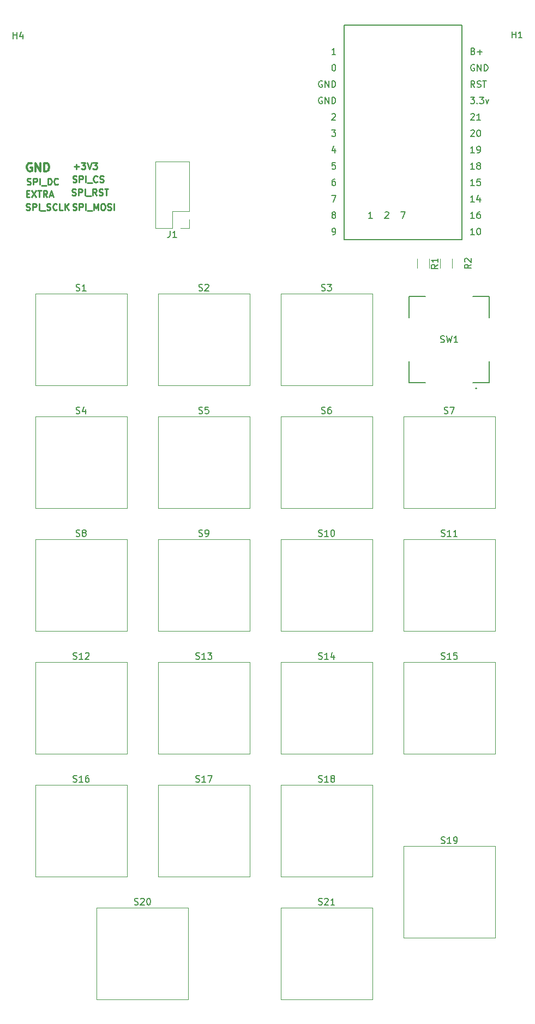
<source format=gbr>
%TF.GenerationSoftware,KiCad,Pcbnew,8.0.6*%
%TF.CreationDate,2024-12-22T21:39:13-05:00*%
%TF.ProjectId,Keypad 2.0,4b657970-6164-4203-922e-302e6b696361,rev?*%
%TF.SameCoordinates,Original*%
%TF.FileFunction,Legend,Top*%
%TF.FilePolarity,Positive*%
%FSLAX46Y46*%
G04 Gerber Fmt 4.6, Leading zero omitted, Abs format (unit mm)*
G04 Created by KiCad (PCBNEW 8.0.6) date 2024-12-22 21:39:13*
%MOMM*%
%LPD*%
G01*
G04 APERTURE LIST*
%ADD10C,0.250000*%
%ADD11C,0.300000*%
%ADD12C,0.150000*%
%ADD13C,0.200000*%
%ADD14C,0.120000*%
%ADD15C,0.127000*%
G04 APERTURE END LIST*
D10*
X53489949Y-53721000D02*
X53632806Y-53768619D01*
X53632806Y-53768619D02*
X53870901Y-53768619D01*
X53870901Y-53768619D02*
X53966139Y-53721000D01*
X53966139Y-53721000D02*
X54013758Y-53673380D01*
X54013758Y-53673380D02*
X54061377Y-53578142D01*
X54061377Y-53578142D02*
X54061377Y-53482904D01*
X54061377Y-53482904D02*
X54013758Y-53387666D01*
X54013758Y-53387666D02*
X53966139Y-53340047D01*
X53966139Y-53340047D02*
X53870901Y-53292428D01*
X53870901Y-53292428D02*
X53680425Y-53244809D01*
X53680425Y-53244809D02*
X53585187Y-53197190D01*
X53585187Y-53197190D02*
X53537568Y-53149571D01*
X53537568Y-53149571D02*
X53489949Y-53054333D01*
X53489949Y-53054333D02*
X53489949Y-52959095D01*
X53489949Y-52959095D02*
X53537568Y-52863857D01*
X53537568Y-52863857D02*
X53585187Y-52816238D01*
X53585187Y-52816238D02*
X53680425Y-52768619D01*
X53680425Y-52768619D02*
X53918520Y-52768619D01*
X53918520Y-52768619D02*
X54061377Y-52816238D01*
X54489949Y-53768619D02*
X54489949Y-52768619D01*
X54489949Y-52768619D02*
X54870901Y-52768619D01*
X54870901Y-52768619D02*
X54966139Y-52816238D01*
X54966139Y-52816238D02*
X55013758Y-52863857D01*
X55013758Y-52863857D02*
X55061377Y-52959095D01*
X55061377Y-52959095D02*
X55061377Y-53101952D01*
X55061377Y-53101952D02*
X55013758Y-53197190D01*
X55013758Y-53197190D02*
X54966139Y-53244809D01*
X54966139Y-53244809D02*
X54870901Y-53292428D01*
X54870901Y-53292428D02*
X54489949Y-53292428D01*
X55489949Y-53768619D02*
X55489949Y-52768619D01*
X55728044Y-53863857D02*
X56489948Y-53863857D01*
X56728044Y-53768619D02*
X56728044Y-52768619D01*
X56728044Y-52768619D02*
X57061377Y-53482904D01*
X57061377Y-53482904D02*
X57394710Y-52768619D01*
X57394710Y-52768619D02*
X57394710Y-53768619D01*
X58061377Y-52768619D02*
X58251853Y-52768619D01*
X58251853Y-52768619D02*
X58347091Y-52816238D01*
X58347091Y-52816238D02*
X58442329Y-52911476D01*
X58442329Y-52911476D02*
X58489948Y-53101952D01*
X58489948Y-53101952D02*
X58489948Y-53435285D01*
X58489948Y-53435285D02*
X58442329Y-53625761D01*
X58442329Y-53625761D02*
X58347091Y-53721000D01*
X58347091Y-53721000D02*
X58251853Y-53768619D01*
X58251853Y-53768619D02*
X58061377Y-53768619D01*
X58061377Y-53768619D02*
X57966139Y-53721000D01*
X57966139Y-53721000D02*
X57870901Y-53625761D01*
X57870901Y-53625761D02*
X57823282Y-53435285D01*
X57823282Y-53435285D02*
X57823282Y-53101952D01*
X57823282Y-53101952D02*
X57870901Y-52911476D01*
X57870901Y-52911476D02*
X57966139Y-52816238D01*
X57966139Y-52816238D02*
X58061377Y-52768619D01*
X58870901Y-53721000D02*
X59013758Y-53768619D01*
X59013758Y-53768619D02*
X59251853Y-53768619D01*
X59251853Y-53768619D02*
X59347091Y-53721000D01*
X59347091Y-53721000D02*
X59394710Y-53673380D01*
X59394710Y-53673380D02*
X59442329Y-53578142D01*
X59442329Y-53578142D02*
X59442329Y-53482904D01*
X59442329Y-53482904D02*
X59394710Y-53387666D01*
X59394710Y-53387666D02*
X59347091Y-53340047D01*
X59347091Y-53340047D02*
X59251853Y-53292428D01*
X59251853Y-53292428D02*
X59061377Y-53244809D01*
X59061377Y-53244809D02*
X58966139Y-53197190D01*
X58966139Y-53197190D02*
X58918520Y-53149571D01*
X58918520Y-53149571D02*
X58870901Y-53054333D01*
X58870901Y-53054333D02*
X58870901Y-52959095D01*
X58870901Y-52959095D02*
X58918520Y-52863857D01*
X58918520Y-52863857D02*
X58966139Y-52816238D01*
X58966139Y-52816238D02*
X59061377Y-52768619D01*
X59061377Y-52768619D02*
X59299472Y-52768619D01*
X59299472Y-52768619D02*
X59442329Y-52816238D01*
X59870901Y-53768619D02*
X59870901Y-52768619D01*
X53362949Y-51435000D02*
X53505806Y-51482619D01*
X53505806Y-51482619D02*
X53743901Y-51482619D01*
X53743901Y-51482619D02*
X53839139Y-51435000D01*
X53839139Y-51435000D02*
X53886758Y-51387380D01*
X53886758Y-51387380D02*
X53934377Y-51292142D01*
X53934377Y-51292142D02*
X53934377Y-51196904D01*
X53934377Y-51196904D02*
X53886758Y-51101666D01*
X53886758Y-51101666D02*
X53839139Y-51054047D01*
X53839139Y-51054047D02*
X53743901Y-51006428D01*
X53743901Y-51006428D02*
X53553425Y-50958809D01*
X53553425Y-50958809D02*
X53458187Y-50911190D01*
X53458187Y-50911190D02*
X53410568Y-50863571D01*
X53410568Y-50863571D02*
X53362949Y-50768333D01*
X53362949Y-50768333D02*
X53362949Y-50673095D01*
X53362949Y-50673095D02*
X53410568Y-50577857D01*
X53410568Y-50577857D02*
X53458187Y-50530238D01*
X53458187Y-50530238D02*
X53553425Y-50482619D01*
X53553425Y-50482619D02*
X53791520Y-50482619D01*
X53791520Y-50482619D02*
X53934377Y-50530238D01*
X54362949Y-51482619D02*
X54362949Y-50482619D01*
X54362949Y-50482619D02*
X54743901Y-50482619D01*
X54743901Y-50482619D02*
X54839139Y-50530238D01*
X54839139Y-50530238D02*
X54886758Y-50577857D01*
X54886758Y-50577857D02*
X54934377Y-50673095D01*
X54934377Y-50673095D02*
X54934377Y-50815952D01*
X54934377Y-50815952D02*
X54886758Y-50911190D01*
X54886758Y-50911190D02*
X54839139Y-50958809D01*
X54839139Y-50958809D02*
X54743901Y-51006428D01*
X54743901Y-51006428D02*
X54362949Y-51006428D01*
X55362949Y-51482619D02*
X55362949Y-50482619D01*
X55601044Y-51577857D02*
X56362948Y-51577857D01*
X57172472Y-51482619D02*
X56839139Y-51006428D01*
X56601044Y-51482619D02*
X56601044Y-50482619D01*
X56601044Y-50482619D02*
X56981996Y-50482619D01*
X56981996Y-50482619D02*
X57077234Y-50530238D01*
X57077234Y-50530238D02*
X57124853Y-50577857D01*
X57124853Y-50577857D02*
X57172472Y-50673095D01*
X57172472Y-50673095D02*
X57172472Y-50815952D01*
X57172472Y-50815952D02*
X57124853Y-50911190D01*
X57124853Y-50911190D02*
X57077234Y-50958809D01*
X57077234Y-50958809D02*
X56981996Y-51006428D01*
X56981996Y-51006428D02*
X56601044Y-51006428D01*
X57553425Y-51435000D02*
X57696282Y-51482619D01*
X57696282Y-51482619D02*
X57934377Y-51482619D01*
X57934377Y-51482619D02*
X58029615Y-51435000D01*
X58029615Y-51435000D02*
X58077234Y-51387380D01*
X58077234Y-51387380D02*
X58124853Y-51292142D01*
X58124853Y-51292142D02*
X58124853Y-51196904D01*
X58124853Y-51196904D02*
X58077234Y-51101666D01*
X58077234Y-51101666D02*
X58029615Y-51054047D01*
X58029615Y-51054047D02*
X57934377Y-51006428D01*
X57934377Y-51006428D02*
X57743901Y-50958809D01*
X57743901Y-50958809D02*
X57648663Y-50911190D01*
X57648663Y-50911190D02*
X57601044Y-50863571D01*
X57601044Y-50863571D02*
X57553425Y-50768333D01*
X57553425Y-50768333D02*
X57553425Y-50673095D01*
X57553425Y-50673095D02*
X57601044Y-50577857D01*
X57601044Y-50577857D02*
X57648663Y-50530238D01*
X57648663Y-50530238D02*
X57743901Y-50482619D01*
X57743901Y-50482619D02*
X57981996Y-50482619D01*
X57981996Y-50482619D02*
X58124853Y-50530238D01*
X58410568Y-50482619D02*
X58981996Y-50482619D01*
X58696282Y-51482619D02*
X58696282Y-50482619D01*
X53489949Y-49403000D02*
X53632806Y-49450619D01*
X53632806Y-49450619D02*
X53870901Y-49450619D01*
X53870901Y-49450619D02*
X53966139Y-49403000D01*
X53966139Y-49403000D02*
X54013758Y-49355380D01*
X54013758Y-49355380D02*
X54061377Y-49260142D01*
X54061377Y-49260142D02*
X54061377Y-49164904D01*
X54061377Y-49164904D02*
X54013758Y-49069666D01*
X54013758Y-49069666D02*
X53966139Y-49022047D01*
X53966139Y-49022047D02*
X53870901Y-48974428D01*
X53870901Y-48974428D02*
X53680425Y-48926809D01*
X53680425Y-48926809D02*
X53585187Y-48879190D01*
X53585187Y-48879190D02*
X53537568Y-48831571D01*
X53537568Y-48831571D02*
X53489949Y-48736333D01*
X53489949Y-48736333D02*
X53489949Y-48641095D01*
X53489949Y-48641095D02*
X53537568Y-48545857D01*
X53537568Y-48545857D02*
X53585187Y-48498238D01*
X53585187Y-48498238D02*
X53680425Y-48450619D01*
X53680425Y-48450619D02*
X53918520Y-48450619D01*
X53918520Y-48450619D02*
X54061377Y-48498238D01*
X54489949Y-49450619D02*
X54489949Y-48450619D01*
X54489949Y-48450619D02*
X54870901Y-48450619D01*
X54870901Y-48450619D02*
X54966139Y-48498238D01*
X54966139Y-48498238D02*
X55013758Y-48545857D01*
X55013758Y-48545857D02*
X55061377Y-48641095D01*
X55061377Y-48641095D02*
X55061377Y-48783952D01*
X55061377Y-48783952D02*
X55013758Y-48879190D01*
X55013758Y-48879190D02*
X54966139Y-48926809D01*
X54966139Y-48926809D02*
X54870901Y-48974428D01*
X54870901Y-48974428D02*
X54489949Y-48974428D01*
X55489949Y-49450619D02*
X55489949Y-48450619D01*
X55728044Y-49545857D02*
X56489948Y-49545857D01*
X57299472Y-49355380D02*
X57251853Y-49403000D01*
X57251853Y-49403000D02*
X57108996Y-49450619D01*
X57108996Y-49450619D02*
X57013758Y-49450619D01*
X57013758Y-49450619D02*
X56870901Y-49403000D01*
X56870901Y-49403000D02*
X56775663Y-49307761D01*
X56775663Y-49307761D02*
X56728044Y-49212523D01*
X56728044Y-49212523D02*
X56680425Y-49022047D01*
X56680425Y-49022047D02*
X56680425Y-48879190D01*
X56680425Y-48879190D02*
X56728044Y-48688714D01*
X56728044Y-48688714D02*
X56775663Y-48593476D01*
X56775663Y-48593476D02*
X56870901Y-48498238D01*
X56870901Y-48498238D02*
X57013758Y-48450619D01*
X57013758Y-48450619D02*
X57108996Y-48450619D01*
X57108996Y-48450619D02*
X57251853Y-48498238D01*
X57251853Y-48498238D02*
X57299472Y-48545857D01*
X57680425Y-49403000D02*
X57823282Y-49450619D01*
X57823282Y-49450619D02*
X58061377Y-49450619D01*
X58061377Y-49450619D02*
X58156615Y-49403000D01*
X58156615Y-49403000D02*
X58204234Y-49355380D01*
X58204234Y-49355380D02*
X58251853Y-49260142D01*
X58251853Y-49260142D02*
X58251853Y-49164904D01*
X58251853Y-49164904D02*
X58204234Y-49069666D01*
X58204234Y-49069666D02*
X58156615Y-49022047D01*
X58156615Y-49022047D02*
X58061377Y-48974428D01*
X58061377Y-48974428D02*
X57870901Y-48926809D01*
X57870901Y-48926809D02*
X57775663Y-48879190D01*
X57775663Y-48879190D02*
X57728044Y-48831571D01*
X57728044Y-48831571D02*
X57680425Y-48736333D01*
X57680425Y-48736333D02*
X57680425Y-48641095D01*
X57680425Y-48641095D02*
X57728044Y-48545857D01*
X57728044Y-48545857D02*
X57775663Y-48498238D01*
X57775663Y-48498238D02*
X57870901Y-48450619D01*
X57870901Y-48450619D02*
X58108996Y-48450619D01*
X58108996Y-48450619D02*
X58251853Y-48498238D01*
X53664568Y-47037666D02*
X54426473Y-47037666D01*
X54045520Y-47418619D02*
X54045520Y-46656714D01*
X54807425Y-46418619D02*
X55426472Y-46418619D01*
X55426472Y-46418619D02*
X55093139Y-46799571D01*
X55093139Y-46799571D02*
X55235996Y-46799571D01*
X55235996Y-46799571D02*
X55331234Y-46847190D01*
X55331234Y-46847190D02*
X55378853Y-46894809D01*
X55378853Y-46894809D02*
X55426472Y-46990047D01*
X55426472Y-46990047D02*
X55426472Y-47228142D01*
X55426472Y-47228142D02*
X55378853Y-47323380D01*
X55378853Y-47323380D02*
X55331234Y-47371000D01*
X55331234Y-47371000D02*
X55235996Y-47418619D01*
X55235996Y-47418619D02*
X54950282Y-47418619D01*
X54950282Y-47418619D02*
X54855044Y-47371000D01*
X54855044Y-47371000D02*
X54807425Y-47323380D01*
X55712187Y-46418619D02*
X56045520Y-47418619D01*
X56045520Y-47418619D02*
X56378853Y-46418619D01*
X56616949Y-46418619D02*
X57235996Y-46418619D01*
X57235996Y-46418619D02*
X56902663Y-46799571D01*
X56902663Y-46799571D02*
X57045520Y-46799571D01*
X57045520Y-46799571D02*
X57140758Y-46847190D01*
X57140758Y-46847190D02*
X57188377Y-46894809D01*
X57188377Y-46894809D02*
X57235996Y-46990047D01*
X57235996Y-46990047D02*
X57235996Y-47228142D01*
X57235996Y-47228142D02*
X57188377Y-47323380D01*
X57188377Y-47323380D02*
X57140758Y-47371000D01*
X57140758Y-47371000D02*
X57045520Y-47418619D01*
X57045520Y-47418619D02*
X56759806Y-47418619D01*
X56759806Y-47418619D02*
X56664568Y-47371000D01*
X56664568Y-47371000D02*
X56616949Y-47323380D01*
X46250949Y-53721000D02*
X46393806Y-53768619D01*
X46393806Y-53768619D02*
X46631901Y-53768619D01*
X46631901Y-53768619D02*
X46727139Y-53721000D01*
X46727139Y-53721000D02*
X46774758Y-53673380D01*
X46774758Y-53673380D02*
X46822377Y-53578142D01*
X46822377Y-53578142D02*
X46822377Y-53482904D01*
X46822377Y-53482904D02*
X46774758Y-53387666D01*
X46774758Y-53387666D02*
X46727139Y-53340047D01*
X46727139Y-53340047D02*
X46631901Y-53292428D01*
X46631901Y-53292428D02*
X46441425Y-53244809D01*
X46441425Y-53244809D02*
X46346187Y-53197190D01*
X46346187Y-53197190D02*
X46298568Y-53149571D01*
X46298568Y-53149571D02*
X46250949Y-53054333D01*
X46250949Y-53054333D02*
X46250949Y-52959095D01*
X46250949Y-52959095D02*
X46298568Y-52863857D01*
X46298568Y-52863857D02*
X46346187Y-52816238D01*
X46346187Y-52816238D02*
X46441425Y-52768619D01*
X46441425Y-52768619D02*
X46679520Y-52768619D01*
X46679520Y-52768619D02*
X46822377Y-52816238D01*
X47250949Y-53768619D02*
X47250949Y-52768619D01*
X47250949Y-52768619D02*
X47631901Y-52768619D01*
X47631901Y-52768619D02*
X47727139Y-52816238D01*
X47727139Y-52816238D02*
X47774758Y-52863857D01*
X47774758Y-52863857D02*
X47822377Y-52959095D01*
X47822377Y-52959095D02*
X47822377Y-53101952D01*
X47822377Y-53101952D02*
X47774758Y-53197190D01*
X47774758Y-53197190D02*
X47727139Y-53244809D01*
X47727139Y-53244809D02*
X47631901Y-53292428D01*
X47631901Y-53292428D02*
X47250949Y-53292428D01*
X48250949Y-53768619D02*
X48250949Y-52768619D01*
X48489044Y-53863857D02*
X49250948Y-53863857D01*
X49441425Y-53721000D02*
X49584282Y-53768619D01*
X49584282Y-53768619D02*
X49822377Y-53768619D01*
X49822377Y-53768619D02*
X49917615Y-53721000D01*
X49917615Y-53721000D02*
X49965234Y-53673380D01*
X49965234Y-53673380D02*
X50012853Y-53578142D01*
X50012853Y-53578142D02*
X50012853Y-53482904D01*
X50012853Y-53482904D02*
X49965234Y-53387666D01*
X49965234Y-53387666D02*
X49917615Y-53340047D01*
X49917615Y-53340047D02*
X49822377Y-53292428D01*
X49822377Y-53292428D02*
X49631901Y-53244809D01*
X49631901Y-53244809D02*
X49536663Y-53197190D01*
X49536663Y-53197190D02*
X49489044Y-53149571D01*
X49489044Y-53149571D02*
X49441425Y-53054333D01*
X49441425Y-53054333D02*
X49441425Y-52959095D01*
X49441425Y-52959095D02*
X49489044Y-52863857D01*
X49489044Y-52863857D02*
X49536663Y-52816238D01*
X49536663Y-52816238D02*
X49631901Y-52768619D01*
X49631901Y-52768619D02*
X49869996Y-52768619D01*
X49869996Y-52768619D02*
X50012853Y-52816238D01*
X51012853Y-53673380D02*
X50965234Y-53721000D01*
X50965234Y-53721000D02*
X50822377Y-53768619D01*
X50822377Y-53768619D02*
X50727139Y-53768619D01*
X50727139Y-53768619D02*
X50584282Y-53721000D01*
X50584282Y-53721000D02*
X50489044Y-53625761D01*
X50489044Y-53625761D02*
X50441425Y-53530523D01*
X50441425Y-53530523D02*
X50393806Y-53340047D01*
X50393806Y-53340047D02*
X50393806Y-53197190D01*
X50393806Y-53197190D02*
X50441425Y-53006714D01*
X50441425Y-53006714D02*
X50489044Y-52911476D01*
X50489044Y-52911476D02*
X50584282Y-52816238D01*
X50584282Y-52816238D02*
X50727139Y-52768619D01*
X50727139Y-52768619D02*
X50822377Y-52768619D01*
X50822377Y-52768619D02*
X50965234Y-52816238D01*
X50965234Y-52816238D02*
X51012853Y-52863857D01*
X51917615Y-53768619D02*
X51441425Y-53768619D01*
X51441425Y-53768619D02*
X51441425Y-52768619D01*
X52250949Y-53768619D02*
X52250949Y-52768619D01*
X52822377Y-53768619D02*
X52393806Y-53197190D01*
X52822377Y-52768619D02*
X52250949Y-53340047D01*
X46298568Y-51212809D02*
X46631901Y-51212809D01*
X46774758Y-51736619D02*
X46298568Y-51736619D01*
X46298568Y-51736619D02*
X46298568Y-50736619D01*
X46298568Y-50736619D02*
X46774758Y-50736619D01*
X47108092Y-50736619D02*
X47774758Y-51736619D01*
X47774758Y-50736619D02*
X47108092Y-51736619D01*
X48012854Y-50736619D02*
X48584282Y-50736619D01*
X48298568Y-51736619D02*
X48298568Y-50736619D01*
X49489044Y-51736619D02*
X49155711Y-51260428D01*
X48917616Y-51736619D02*
X48917616Y-50736619D01*
X48917616Y-50736619D02*
X49298568Y-50736619D01*
X49298568Y-50736619D02*
X49393806Y-50784238D01*
X49393806Y-50784238D02*
X49441425Y-50831857D01*
X49441425Y-50831857D02*
X49489044Y-50927095D01*
X49489044Y-50927095D02*
X49489044Y-51069952D01*
X49489044Y-51069952D02*
X49441425Y-51165190D01*
X49441425Y-51165190D02*
X49393806Y-51212809D01*
X49393806Y-51212809D02*
X49298568Y-51260428D01*
X49298568Y-51260428D02*
X48917616Y-51260428D01*
X49869997Y-51450904D02*
X50346187Y-51450904D01*
X49774759Y-51736619D02*
X50108092Y-50736619D01*
X50108092Y-50736619D02*
X50441425Y-51736619D01*
X46377949Y-49784000D02*
X46520806Y-49831619D01*
X46520806Y-49831619D02*
X46758901Y-49831619D01*
X46758901Y-49831619D02*
X46854139Y-49784000D01*
X46854139Y-49784000D02*
X46901758Y-49736380D01*
X46901758Y-49736380D02*
X46949377Y-49641142D01*
X46949377Y-49641142D02*
X46949377Y-49545904D01*
X46949377Y-49545904D02*
X46901758Y-49450666D01*
X46901758Y-49450666D02*
X46854139Y-49403047D01*
X46854139Y-49403047D02*
X46758901Y-49355428D01*
X46758901Y-49355428D02*
X46568425Y-49307809D01*
X46568425Y-49307809D02*
X46473187Y-49260190D01*
X46473187Y-49260190D02*
X46425568Y-49212571D01*
X46425568Y-49212571D02*
X46377949Y-49117333D01*
X46377949Y-49117333D02*
X46377949Y-49022095D01*
X46377949Y-49022095D02*
X46425568Y-48926857D01*
X46425568Y-48926857D02*
X46473187Y-48879238D01*
X46473187Y-48879238D02*
X46568425Y-48831619D01*
X46568425Y-48831619D02*
X46806520Y-48831619D01*
X46806520Y-48831619D02*
X46949377Y-48879238D01*
X47377949Y-49831619D02*
X47377949Y-48831619D01*
X47377949Y-48831619D02*
X47758901Y-48831619D01*
X47758901Y-48831619D02*
X47854139Y-48879238D01*
X47854139Y-48879238D02*
X47901758Y-48926857D01*
X47901758Y-48926857D02*
X47949377Y-49022095D01*
X47949377Y-49022095D02*
X47949377Y-49164952D01*
X47949377Y-49164952D02*
X47901758Y-49260190D01*
X47901758Y-49260190D02*
X47854139Y-49307809D01*
X47854139Y-49307809D02*
X47758901Y-49355428D01*
X47758901Y-49355428D02*
X47377949Y-49355428D01*
X48377949Y-49831619D02*
X48377949Y-48831619D01*
X48616044Y-49926857D02*
X49377948Y-49926857D01*
X49616044Y-49831619D02*
X49616044Y-48831619D01*
X49616044Y-48831619D02*
X49854139Y-48831619D01*
X49854139Y-48831619D02*
X49996996Y-48879238D01*
X49996996Y-48879238D02*
X50092234Y-48974476D01*
X50092234Y-48974476D02*
X50139853Y-49069714D01*
X50139853Y-49069714D02*
X50187472Y-49260190D01*
X50187472Y-49260190D02*
X50187472Y-49403047D01*
X50187472Y-49403047D02*
X50139853Y-49593523D01*
X50139853Y-49593523D02*
X50092234Y-49688761D01*
X50092234Y-49688761D02*
X49996996Y-49784000D01*
X49996996Y-49784000D02*
X49854139Y-49831619D01*
X49854139Y-49831619D02*
X49616044Y-49831619D01*
X51187472Y-49736380D02*
X51139853Y-49784000D01*
X51139853Y-49784000D02*
X50996996Y-49831619D01*
X50996996Y-49831619D02*
X50901758Y-49831619D01*
X50901758Y-49831619D02*
X50758901Y-49784000D01*
X50758901Y-49784000D02*
X50663663Y-49688761D01*
X50663663Y-49688761D02*
X50616044Y-49593523D01*
X50616044Y-49593523D02*
X50568425Y-49403047D01*
X50568425Y-49403047D02*
X50568425Y-49260190D01*
X50568425Y-49260190D02*
X50616044Y-49069714D01*
X50616044Y-49069714D02*
X50663663Y-48974476D01*
X50663663Y-48974476D02*
X50758901Y-48879238D01*
X50758901Y-48879238D02*
X50901758Y-48831619D01*
X50901758Y-48831619D02*
X50996996Y-48831619D01*
X50996996Y-48831619D02*
X51139853Y-48879238D01*
X51139853Y-48879238D02*
X51187472Y-48926857D01*
D11*
X47083844Y-46522209D02*
X46960034Y-46460304D01*
X46960034Y-46460304D02*
X46774320Y-46460304D01*
X46774320Y-46460304D02*
X46588606Y-46522209D01*
X46588606Y-46522209D02*
X46464796Y-46646019D01*
X46464796Y-46646019D02*
X46402891Y-46769828D01*
X46402891Y-46769828D02*
X46340987Y-47017447D01*
X46340987Y-47017447D02*
X46340987Y-47203161D01*
X46340987Y-47203161D02*
X46402891Y-47450780D01*
X46402891Y-47450780D02*
X46464796Y-47574590D01*
X46464796Y-47574590D02*
X46588606Y-47698400D01*
X46588606Y-47698400D02*
X46774320Y-47760304D01*
X46774320Y-47760304D02*
X46898129Y-47760304D01*
X46898129Y-47760304D02*
X47083844Y-47698400D01*
X47083844Y-47698400D02*
X47145748Y-47636495D01*
X47145748Y-47636495D02*
X47145748Y-47203161D01*
X47145748Y-47203161D02*
X46898129Y-47203161D01*
X47702891Y-47760304D02*
X47702891Y-46460304D01*
X47702891Y-46460304D02*
X48445748Y-47760304D01*
X48445748Y-47760304D02*
X48445748Y-46460304D01*
X49064796Y-47760304D02*
X49064796Y-46460304D01*
X49064796Y-46460304D02*
X49374320Y-46460304D01*
X49374320Y-46460304D02*
X49560034Y-46522209D01*
X49560034Y-46522209D02*
X49683844Y-46646019D01*
X49683844Y-46646019D02*
X49745749Y-46769828D01*
X49745749Y-46769828D02*
X49807653Y-47017447D01*
X49807653Y-47017447D02*
X49807653Y-47203161D01*
X49807653Y-47203161D02*
X49745749Y-47450780D01*
X49745749Y-47450780D02*
X49683844Y-47574590D01*
X49683844Y-47574590D02*
X49560034Y-47698400D01*
X49560034Y-47698400D02*
X49374320Y-47760304D01*
X49374320Y-47760304D02*
X49064796Y-47760304D01*
D12*
X115311819Y-62198666D02*
X114835628Y-62531999D01*
X115311819Y-62770094D02*
X114311819Y-62770094D01*
X114311819Y-62770094D02*
X114311819Y-62389142D01*
X114311819Y-62389142D02*
X114359438Y-62293904D01*
X114359438Y-62293904D02*
X114407057Y-62246285D01*
X114407057Y-62246285D02*
X114502295Y-62198666D01*
X114502295Y-62198666D02*
X114645152Y-62198666D01*
X114645152Y-62198666D02*
X114740390Y-62246285D01*
X114740390Y-62246285D02*
X114788009Y-62293904D01*
X114788009Y-62293904D02*
X114835628Y-62389142D01*
X114835628Y-62389142D02*
X114835628Y-62770094D01*
X114407057Y-61817713D02*
X114359438Y-61770094D01*
X114359438Y-61770094D02*
X114311819Y-61674856D01*
X114311819Y-61674856D02*
X114311819Y-61436761D01*
X114311819Y-61436761D02*
X114359438Y-61341523D01*
X114359438Y-61341523D02*
X114407057Y-61293904D01*
X114407057Y-61293904D02*
X114502295Y-61246285D01*
X114502295Y-61246285D02*
X114597533Y-61246285D01*
X114597533Y-61246285D02*
X114740390Y-61293904D01*
X114740390Y-61293904D02*
X115311819Y-61865332D01*
X115311819Y-61865332D02*
X115311819Y-61246285D01*
X110146819Y-62224666D02*
X109670628Y-62557999D01*
X110146819Y-62796094D02*
X109146819Y-62796094D01*
X109146819Y-62796094D02*
X109146819Y-62415142D01*
X109146819Y-62415142D02*
X109194438Y-62319904D01*
X109194438Y-62319904D02*
X109242057Y-62272285D01*
X109242057Y-62272285D02*
X109337295Y-62224666D01*
X109337295Y-62224666D02*
X109480152Y-62224666D01*
X109480152Y-62224666D02*
X109575390Y-62272285D01*
X109575390Y-62272285D02*
X109623009Y-62319904D01*
X109623009Y-62319904D02*
X109670628Y-62415142D01*
X109670628Y-62415142D02*
X109670628Y-62796094D01*
X110146819Y-61272285D02*
X110146819Y-61843713D01*
X110146819Y-61557999D02*
X109146819Y-61557999D01*
X109146819Y-61557999D02*
X109289676Y-61653237D01*
X109289676Y-61653237D02*
X109384914Y-61748475D01*
X109384914Y-61748475D02*
X109432533Y-61843713D01*
X44238095Y-27154819D02*
X44238095Y-26154819D01*
X44238095Y-26631009D02*
X44809523Y-26631009D01*
X44809523Y-27154819D02*
X44809523Y-26154819D01*
X45714285Y-26488152D02*
X45714285Y-27154819D01*
X45476190Y-26107200D02*
X45238095Y-26821485D01*
X45238095Y-26821485D02*
X45857142Y-26821485D01*
X121666095Y-27054819D02*
X121666095Y-26054819D01*
X121666095Y-26531009D02*
X122237523Y-26531009D01*
X122237523Y-27054819D02*
X122237523Y-26054819D01*
X123237523Y-27054819D02*
X122666095Y-27054819D01*
X122951809Y-27054819D02*
X122951809Y-26054819D01*
X122951809Y-26054819D02*
X122856571Y-26197676D01*
X122856571Y-26197676D02*
X122761333Y-26292914D01*
X122761333Y-26292914D02*
X122666095Y-26340533D01*
X110680655Y-123375950D02*
X110823512Y-123423569D01*
X110823512Y-123423569D02*
X111061607Y-123423569D01*
X111061607Y-123423569D02*
X111156845Y-123375950D01*
X111156845Y-123375950D02*
X111204464Y-123328330D01*
X111204464Y-123328330D02*
X111252083Y-123233092D01*
X111252083Y-123233092D02*
X111252083Y-123137854D01*
X111252083Y-123137854D02*
X111204464Y-123042616D01*
X111204464Y-123042616D02*
X111156845Y-122994997D01*
X111156845Y-122994997D02*
X111061607Y-122947378D01*
X111061607Y-122947378D02*
X110871131Y-122899759D01*
X110871131Y-122899759D02*
X110775893Y-122852140D01*
X110775893Y-122852140D02*
X110728274Y-122804521D01*
X110728274Y-122804521D02*
X110680655Y-122709283D01*
X110680655Y-122709283D02*
X110680655Y-122614045D01*
X110680655Y-122614045D02*
X110728274Y-122518807D01*
X110728274Y-122518807D02*
X110775893Y-122471188D01*
X110775893Y-122471188D02*
X110871131Y-122423569D01*
X110871131Y-122423569D02*
X111109226Y-122423569D01*
X111109226Y-122423569D02*
X111252083Y-122471188D01*
X112204464Y-123423569D02*
X111633036Y-123423569D01*
X111918750Y-123423569D02*
X111918750Y-122423569D01*
X111918750Y-122423569D02*
X111823512Y-122566426D01*
X111823512Y-122566426D02*
X111728274Y-122661664D01*
X111728274Y-122661664D02*
X111633036Y-122709283D01*
X113109226Y-122423569D02*
X112633036Y-122423569D01*
X112633036Y-122423569D02*
X112585417Y-122899759D01*
X112585417Y-122899759D02*
X112633036Y-122852140D01*
X112633036Y-122852140D02*
X112728274Y-122804521D01*
X112728274Y-122804521D02*
X112966369Y-122804521D01*
X112966369Y-122804521D02*
X113061607Y-122852140D01*
X113061607Y-122852140D02*
X113109226Y-122899759D01*
X113109226Y-122899759D02*
X113156845Y-122994997D01*
X113156845Y-122994997D02*
X113156845Y-123233092D01*
X113156845Y-123233092D02*
X113109226Y-123328330D01*
X113109226Y-123328330D02*
X113061607Y-123375950D01*
X113061607Y-123375950D02*
X112966369Y-123423569D01*
X112966369Y-123423569D02*
X112728274Y-123423569D01*
X112728274Y-123423569D02*
X112633036Y-123375950D01*
X112633036Y-123375950D02*
X112585417Y-123328330D01*
X73056845Y-104325950D02*
X73199702Y-104373569D01*
X73199702Y-104373569D02*
X73437797Y-104373569D01*
X73437797Y-104373569D02*
X73533035Y-104325950D01*
X73533035Y-104325950D02*
X73580654Y-104278330D01*
X73580654Y-104278330D02*
X73628273Y-104183092D01*
X73628273Y-104183092D02*
X73628273Y-104087854D01*
X73628273Y-104087854D02*
X73580654Y-103992616D01*
X73580654Y-103992616D02*
X73533035Y-103944997D01*
X73533035Y-103944997D02*
X73437797Y-103897378D01*
X73437797Y-103897378D02*
X73247321Y-103849759D01*
X73247321Y-103849759D02*
X73152083Y-103802140D01*
X73152083Y-103802140D02*
X73104464Y-103754521D01*
X73104464Y-103754521D02*
X73056845Y-103659283D01*
X73056845Y-103659283D02*
X73056845Y-103564045D01*
X73056845Y-103564045D02*
X73104464Y-103468807D01*
X73104464Y-103468807D02*
X73152083Y-103421188D01*
X73152083Y-103421188D02*
X73247321Y-103373569D01*
X73247321Y-103373569D02*
X73485416Y-103373569D01*
X73485416Y-103373569D02*
X73628273Y-103421188D01*
X74104464Y-104373569D02*
X74294940Y-104373569D01*
X74294940Y-104373569D02*
X74390178Y-104325950D01*
X74390178Y-104325950D02*
X74437797Y-104278330D01*
X74437797Y-104278330D02*
X74533035Y-104135473D01*
X74533035Y-104135473D02*
X74580654Y-103944997D01*
X74580654Y-103944997D02*
X74580654Y-103564045D01*
X74580654Y-103564045D02*
X74533035Y-103468807D01*
X74533035Y-103468807D02*
X74485416Y-103421188D01*
X74485416Y-103421188D02*
X74390178Y-103373569D01*
X74390178Y-103373569D02*
X74199702Y-103373569D01*
X74199702Y-103373569D02*
X74104464Y-103421188D01*
X74104464Y-103421188D02*
X74056845Y-103468807D01*
X74056845Y-103468807D02*
X74009226Y-103564045D01*
X74009226Y-103564045D02*
X74009226Y-103802140D01*
X74009226Y-103802140D02*
X74056845Y-103897378D01*
X74056845Y-103897378D02*
X74104464Y-103944997D01*
X74104464Y-103944997D02*
X74199702Y-103992616D01*
X74199702Y-103992616D02*
X74390178Y-103992616D01*
X74390178Y-103992616D02*
X74485416Y-103944997D01*
X74485416Y-103944997D02*
X74533035Y-103897378D01*
X74533035Y-103897378D02*
X74580654Y-103802140D01*
X91630655Y-123375950D02*
X91773512Y-123423569D01*
X91773512Y-123423569D02*
X92011607Y-123423569D01*
X92011607Y-123423569D02*
X92106845Y-123375950D01*
X92106845Y-123375950D02*
X92154464Y-123328330D01*
X92154464Y-123328330D02*
X92202083Y-123233092D01*
X92202083Y-123233092D02*
X92202083Y-123137854D01*
X92202083Y-123137854D02*
X92154464Y-123042616D01*
X92154464Y-123042616D02*
X92106845Y-122994997D01*
X92106845Y-122994997D02*
X92011607Y-122947378D01*
X92011607Y-122947378D02*
X91821131Y-122899759D01*
X91821131Y-122899759D02*
X91725893Y-122852140D01*
X91725893Y-122852140D02*
X91678274Y-122804521D01*
X91678274Y-122804521D02*
X91630655Y-122709283D01*
X91630655Y-122709283D02*
X91630655Y-122614045D01*
X91630655Y-122614045D02*
X91678274Y-122518807D01*
X91678274Y-122518807D02*
X91725893Y-122471188D01*
X91725893Y-122471188D02*
X91821131Y-122423569D01*
X91821131Y-122423569D02*
X92059226Y-122423569D01*
X92059226Y-122423569D02*
X92202083Y-122471188D01*
X93154464Y-123423569D02*
X92583036Y-123423569D01*
X92868750Y-123423569D02*
X92868750Y-122423569D01*
X92868750Y-122423569D02*
X92773512Y-122566426D01*
X92773512Y-122566426D02*
X92678274Y-122661664D01*
X92678274Y-122661664D02*
X92583036Y-122709283D01*
X94011607Y-122756902D02*
X94011607Y-123423569D01*
X93773512Y-122375950D02*
X93535417Y-123090235D01*
X93535417Y-123090235D02*
X94154464Y-123090235D01*
X53530655Y-123375950D02*
X53673512Y-123423569D01*
X53673512Y-123423569D02*
X53911607Y-123423569D01*
X53911607Y-123423569D02*
X54006845Y-123375950D01*
X54006845Y-123375950D02*
X54054464Y-123328330D01*
X54054464Y-123328330D02*
X54102083Y-123233092D01*
X54102083Y-123233092D02*
X54102083Y-123137854D01*
X54102083Y-123137854D02*
X54054464Y-123042616D01*
X54054464Y-123042616D02*
X54006845Y-122994997D01*
X54006845Y-122994997D02*
X53911607Y-122947378D01*
X53911607Y-122947378D02*
X53721131Y-122899759D01*
X53721131Y-122899759D02*
X53625893Y-122852140D01*
X53625893Y-122852140D02*
X53578274Y-122804521D01*
X53578274Y-122804521D02*
X53530655Y-122709283D01*
X53530655Y-122709283D02*
X53530655Y-122614045D01*
X53530655Y-122614045D02*
X53578274Y-122518807D01*
X53578274Y-122518807D02*
X53625893Y-122471188D01*
X53625893Y-122471188D02*
X53721131Y-122423569D01*
X53721131Y-122423569D02*
X53959226Y-122423569D01*
X53959226Y-122423569D02*
X54102083Y-122471188D01*
X55054464Y-123423569D02*
X54483036Y-123423569D01*
X54768750Y-123423569D02*
X54768750Y-122423569D01*
X54768750Y-122423569D02*
X54673512Y-122566426D01*
X54673512Y-122566426D02*
X54578274Y-122661664D01*
X54578274Y-122661664D02*
X54483036Y-122709283D01*
X55435417Y-122518807D02*
X55483036Y-122471188D01*
X55483036Y-122471188D02*
X55578274Y-122423569D01*
X55578274Y-122423569D02*
X55816369Y-122423569D01*
X55816369Y-122423569D02*
X55911607Y-122471188D01*
X55911607Y-122471188D02*
X55959226Y-122518807D01*
X55959226Y-122518807D02*
X56006845Y-122614045D01*
X56006845Y-122614045D02*
X56006845Y-122709283D01*
X56006845Y-122709283D02*
X55959226Y-122852140D01*
X55959226Y-122852140D02*
X55387798Y-123423569D01*
X55387798Y-123423569D02*
X56006845Y-123423569D01*
X91630655Y-161475950D02*
X91773512Y-161523569D01*
X91773512Y-161523569D02*
X92011607Y-161523569D01*
X92011607Y-161523569D02*
X92106845Y-161475950D01*
X92106845Y-161475950D02*
X92154464Y-161428330D01*
X92154464Y-161428330D02*
X92202083Y-161333092D01*
X92202083Y-161333092D02*
X92202083Y-161237854D01*
X92202083Y-161237854D02*
X92154464Y-161142616D01*
X92154464Y-161142616D02*
X92106845Y-161094997D01*
X92106845Y-161094997D02*
X92011607Y-161047378D01*
X92011607Y-161047378D02*
X91821131Y-160999759D01*
X91821131Y-160999759D02*
X91725893Y-160952140D01*
X91725893Y-160952140D02*
X91678274Y-160904521D01*
X91678274Y-160904521D02*
X91630655Y-160809283D01*
X91630655Y-160809283D02*
X91630655Y-160714045D01*
X91630655Y-160714045D02*
X91678274Y-160618807D01*
X91678274Y-160618807D02*
X91725893Y-160571188D01*
X91725893Y-160571188D02*
X91821131Y-160523569D01*
X91821131Y-160523569D02*
X92059226Y-160523569D01*
X92059226Y-160523569D02*
X92202083Y-160571188D01*
X92583036Y-160618807D02*
X92630655Y-160571188D01*
X92630655Y-160571188D02*
X92725893Y-160523569D01*
X92725893Y-160523569D02*
X92963988Y-160523569D01*
X92963988Y-160523569D02*
X93059226Y-160571188D01*
X93059226Y-160571188D02*
X93106845Y-160618807D01*
X93106845Y-160618807D02*
X93154464Y-160714045D01*
X93154464Y-160714045D02*
X93154464Y-160809283D01*
X93154464Y-160809283D02*
X93106845Y-160952140D01*
X93106845Y-160952140D02*
X92535417Y-161523569D01*
X92535417Y-161523569D02*
X93154464Y-161523569D01*
X94106845Y-161523569D02*
X93535417Y-161523569D01*
X93821131Y-161523569D02*
X93821131Y-160523569D01*
X93821131Y-160523569D02*
X93725893Y-160666426D01*
X93725893Y-160666426D02*
X93630655Y-160761664D01*
X93630655Y-160761664D02*
X93535417Y-160809283D01*
X111156845Y-85275950D02*
X111299702Y-85323569D01*
X111299702Y-85323569D02*
X111537797Y-85323569D01*
X111537797Y-85323569D02*
X111633035Y-85275950D01*
X111633035Y-85275950D02*
X111680654Y-85228330D01*
X111680654Y-85228330D02*
X111728273Y-85133092D01*
X111728273Y-85133092D02*
X111728273Y-85037854D01*
X111728273Y-85037854D02*
X111680654Y-84942616D01*
X111680654Y-84942616D02*
X111633035Y-84894997D01*
X111633035Y-84894997D02*
X111537797Y-84847378D01*
X111537797Y-84847378D02*
X111347321Y-84799759D01*
X111347321Y-84799759D02*
X111252083Y-84752140D01*
X111252083Y-84752140D02*
X111204464Y-84704521D01*
X111204464Y-84704521D02*
X111156845Y-84609283D01*
X111156845Y-84609283D02*
X111156845Y-84514045D01*
X111156845Y-84514045D02*
X111204464Y-84418807D01*
X111204464Y-84418807D02*
X111252083Y-84371188D01*
X111252083Y-84371188D02*
X111347321Y-84323569D01*
X111347321Y-84323569D02*
X111585416Y-84323569D01*
X111585416Y-84323569D02*
X111728273Y-84371188D01*
X112061607Y-84323569D02*
X112728273Y-84323569D01*
X112728273Y-84323569D02*
X112299702Y-85323569D01*
X54006845Y-66225950D02*
X54149702Y-66273569D01*
X54149702Y-66273569D02*
X54387797Y-66273569D01*
X54387797Y-66273569D02*
X54483035Y-66225950D01*
X54483035Y-66225950D02*
X54530654Y-66178330D01*
X54530654Y-66178330D02*
X54578273Y-66083092D01*
X54578273Y-66083092D02*
X54578273Y-65987854D01*
X54578273Y-65987854D02*
X54530654Y-65892616D01*
X54530654Y-65892616D02*
X54483035Y-65844997D01*
X54483035Y-65844997D02*
X54387797Y-65797378D01*
X54387797Y-65797378D02*
X54197321Y-65749759D01*
X54197321Y-65749759D02*
X54102083Y-65702140D01*
X54102083Y-65702140D02*
X54054464Y-65654521D01*
X54054464Y-65654521D02*
X54006845Y-65559283D01*
X54006845Y-65559283D02*
X54006845Y-65464045D01*
X54006845Y-65464045D02*
X54054464Y-65368807D01*
X54054464Y-65368807D02*
X54102083Y-65321188D01*
X54102083Y-65321188D02*
X54197321Y-65273569D01*
X54197321Y-65273569D02*
X54435416Y-65273569D01*
X54435416Y-65273569D02*
X54578273Y-65321188D01*
X55530654Y-66273569D02*
X54959226Y-66273569D01*
X55244940Y-66273569D02*
X55244940Y-65273569D01*
X55244940Y-65273569D02*
X55149702Y-65416426D01*
X55149702Y-65416426D02*
X55054464Y-65511664D01*
X55054464Y-65511664D02*
X54959226Y-65559283D01*
X91630655Y-142425950D02*
X91773512Y-142473569D01*
X91773512Y-142473569D02*
X92011607Y-142473569D01*
X92011607Y-142473569D02*
X92106845Y-142425950D01*
X92106845Y-142425950D02*
X92154464Y-142378330D01*
X92154464Y-142378330D02*
X92202083Y-142283092D01*
X92202083Y-142283092D02*
X92202083Y-142187854D01*
X92202083Y-142187854D02*
X92154464Y-142092616D01*
X92154464Y-142092616D02*
X92106845Y-142044997D01*
X92106845Y-142044997D02*
X92011607Y-141997378D01*
X92011607Y-141997378D02*
X91821131Y-141949759D01*
X91821131Y-141949759D02*
X91725893Y-141902140D01*
X91725893Y-141902140D02*
X91678274Y-141854521D01*
X91678274Y-141854521D02*
X91630655Y-141759283D01*
X91630655Y-141759283D02*
X91630655Y-141664045D01*
X91630655Y-141664045D02*
X91678274Y-141568807D01*
X91678274Y-141568807D02*
X91725893Y-141521188D01*
X91725893Y-141521188D02*
X91821131Y-141473569D01*
X91821131Y-141473569D02*
X92059226Y-141473569D01*
X92059226Y-141473569D02*
X92202083Y-141521188D01*
X93154464Y-142473569D02*
X92583036Y-142473569D01*
X92868750Y-142473569D02*
X92868750Y-141473569D01*
X92868750Y-141473569D02*
X92773512Y-141616426D01*
X92773512Y-141616426D02*
X92678274Y-141711664D01*
X92678274Y-141711664D02*
X92583036Y-141759283D01*
X93725893Y-141902140D02*
X93630655Y-141854521D01*
X93630655Y-141854521D02*
X93583036Y-141806902D01*
X93583036Y-141806902D02*
X93535417Y-141711664D01*
X93535417Y-141711664D02*
X93535417Y-141664045D01*
X93535417Y-141664045D02*
X93583036Y-141568807D01*
X93583036Y-141568807D02*
X93630655Y-141521188D01*
X93630655Y-141521188D02*
X93725893Y-141473569D01*
X93725893Y-141473569D02*
X93916369Y-141473569D01*
X93916369Y-141473569D02*
X94011607Y-141521188D01*
X94011607Y-141521188D02*
X94059226Y-141568807D01*
X94059226Y-141568807D02*
X94106845Y-141664045D01*
X94106845Y-141664045D02*
X94106845Y-141711664D01*
X94106845Y-141711664D02*
X94059226Y-141806902D01*
X94059226Y-141806902D02*
X94011607Y-141854521D01*
X94011607Y-141854521D02*
X93916369Y-141902140D01*
X93916369Y-141902140D02*
X93725893Y-141902140D01*
X93725893Y-141902140D02*
X93630655Y-141949759D01*
X93630655Y-141949759D02*
X93583036Y-141997378D01*
X93583036Y-141997378D02*
X93535417Y-142092616D01*
X93535417Y-142092616D02*
X93535417Y-142283092D01*
X93535417Y-142283092D02*
X93583036Y-142378330D01*
X93583036Y-142378330D02*
X93630655Y-142425950D01*
X93630655Y-142425950D02*
X93725893Y-142473569D01*
X93725893Y-142473569D02*
X93916369Y-142473569D01*
X93916369Y-142473569D02*
X94011607Y-142425950D01*
X94011607Y-142425950D02*
X94059226Y-142378330D01*
X94059226Y-142378330D02*
X94106845Y-142283092D01*
X94106845Y-142283092D02*
X94106845Y-142092616D01*
X94106845Y-142092616D02*
X94059226Y-141997378D01*
X94059226Y-141997378D02*
X94011607Y-141949759D01*
X94011607Y-141949759D02*
X93916369Y-141902140D01*
X54006845Y-104325950D02*
X54149702Y-104373569D01*
X54149702Y-104373569D02*
X54387797Y-104373569D01*
X54387797Y-104373569D02*
X54483035Y-104325950D01*
X54483035Y-104325950D02*
X54530654Y-104278330D01*
X54530654Y-104278330D02*
X54578273Y-104183092D01*
X54578273Y-104183092D02*
X54578273Y-104087854D01*
X54578273Y-104087854D02*
X54530654Y-103992616D01*
X54530654Y-103992616D02*
X54483035Y-103944997D01*
X54483035Y-103944997D02*
X54387797Y-103897378D01*
X54387797Y-103897378D02*
X54197321Y-103849759D01*
X54197321Y-103849759D02*
X54102083Y-103802140D01*
X54102083Y-103802140D02*
X54054464Y-103754521D01*
X54054464Y-103754521D02*
X54006845Y-103659283D01*
X54006845Y-103659283D02*
X54006845Y-103564045D01*
X54006845Y-103564045D02*
X54054464Y-103468807D01*
X54054464Y-103468807D02*
X54102083Y-103421188D01*
X54102083Y-103421188D02*
X54197321Y-103373569D01*
X54197321Y-103373569D02*
X54435416Y-103373569D01*
X54435416Y-103373569D02*
X54578273Y-103421188D01*
X55149702Y-103802140D02*
X55054464Y-103754521D01*
X55054464Y-103754521D02*
X55006845Y-103706902D01*
X55006845Y-103706902D02*
X54959226Y-103611664D01*
X54959226Y-103611664D02*
X54959226Y-103564045D01*
X54959226Y-103564045D02*
X55006845Y-103468807D01*
X55006845Y-103468807D02*
X55054464Y-103421188D01*
X55054464Y-103421188D02*
X55149702Y-103373569D01*
X55149702Y-103373569D02*
X55340178Y-103373569D01*
X55340178Y-103373569D02*
X55435416Y-103421188D01*
X55435416Y-103421188D02*
X55483035Y-103468807D01*
X55483035Y-103468807D02*
X55530654Y-103564045D01*
X55530654Y-103564045D02*
X55530654Y-103611664D01*
X55530654Y-103611664D02*
X55483035Y-103706902D01*
X55483035Y-103706902D02*
X55435416Y-103754521D01*
X55435416Y-103754521D02*
X55340178Y-103802140D01*
X55340178Y-103802140D02*
X55149702Y-103802140D01*
X55149702Y-103802140D02*
X55054464Y-103849759D01*
X55054464Y-103849759D02*
X55006845Y-103897378D01*
X55006845Y-103897378D02*
X54959226Y-103992616D01*
X54959226Y-103992616D02*
X54959226Y-104183092D01*
X54959226Y-104183092D02*
X55006845Y-104278330D01*
X55006845Y-104278330D02*
X55054464Y-104325950D01*
X55054464Y-104325950D02*
X55149702Y-104373569D01*
X55149702Y-104373569D02*
X55340178Y-104373569D01*
X55340178Y-104373569D02*
X55435416Y-104325950D01*
X55435416Y-104325950D02*
X55483035Y-104278330D01*
X55483035Y-104278330D02*
X55530654Y-104183092D01*
X55530654Y-104183092D02*
X55530654Y-103992616D01*
X55530654Y-103992616D02*
X55483035Y-103897378D01*
X55483035Y-103897378D02*
X55435416Y-103849759D01*
X55435416Y-103849759D02*
X55340178Y-103802140D01*
X110680655Y-104325950D02*
X110823512Y-104373569D01*
X110823512Y-104373569D02*
X111061607Y-104373569D01*
X111061607Y-104373569D02*
X111156845Y-104325950D01*
X111156845Y-104325950D02*
X111204464Y-104278330D01*
X111204464Y-104278330D02*
X111252083Y-104183092D01*
X111252083Y-104183092D02*
X111252083Y-104087854D01*
X111252083Y-104087854D02*
X111204464Y-103992616D01*
X111204464Y-103992616D02*
X111156845Y-103944997D01*
X111156845Y-103944997D02*
X111061607Y-103897378D01*
X111061607Y-103897378D02*
X110871131Y-103849759D01*
X110871131Y-103849759D02*
X110775893Y-103802140D01*
X110775893Y-103802140D02*
X110728274Y-103754521D01*
X110728274Y-103754521D02*
X110680655Y-103659283D01*
X110680655Y-103659283D02*
X110680655Y-103564045D01*
X110680655Y-103564045D02*
X110728274Y-103468807D01*
X110728274Y-103468807D02*
X110775893Y-103421188D01*
X110775893Y-103421188D02*
X110871131Y-103373569D01*
X110871131Y-103373569D02*
X111109226Y-103373569D01*
X111109226Y-103373569D02*
X111252083Y-103421188D01*
X112204464Y-104373569D02*
X111633036Y-104373569D01*
X111918750Y-104373569D02*
X111918750Y-103373569D01*
X111918750Y-103373569D02*
X111823512Y-103516426D01*
X111823512Y-103516426D02*
X111728274Y-103611664D01*
X111728274Y-103611664D02*
X111633036Y-103659283D01*
X113156845Y-104373569D02*
X112585417Y-104373569D01*
X112871131Y-104373569D02*
X112871131Y-103373569D01*
X112871131Y-103373569D02*
X112775893Y-103516426D01*
X112775893Y-103516426D02*
X112680655Y-103611664D01*
X112680655Y-103611664D02*
X112585417Y-103659283D01*
X92106845Y-66225950D02*
X92249702Y-66273569D01*
X92249702Y-66273569D02*
X92487797Y-66273569D01*
X92487797Y-66273569D02*
X92583035Y-66225950D01*
X92583035Y-66225950D02*
X92630654Y-66178330D01*
X92630654Y-66178330D02*
X92678273Y-66083092D01*
X92678273Y-66083092D02*
X92678273Y-65987854D01*
X92678273Y-65987854D02*
X92630654Y-65892616D01*
X92630654Y-65892616D02*
X92583035Y-65844997D01*
X92583035Y-65844997D02*
X92487797Y-65797378D01*
X92487797Y-65797378D02*
X92297321Y-65749759D01*
X92297321Y-65749759D02*
X92202083Y-65702140D01*
X92202083Y-65702140D02*
X92154464Y-65654521D01*
X92154464Y-65654521D02*
X92106845Y-65559283D01*
X92106845Y-65559283D02*
X92106845Y-65464045D01*
X92106845Y-65464045D02*
X92154464Y-65368807D01*
X92154464Y-65368807D02*
X92202083Y-65321188D01*
X92202083Y-65321188D02*
X92297321Y-65273569D01*
X92297321Y-65273569D02*
X92535416Y-65273569D01*
X92535416Y-65273569D02*
X92678273Y-65321188D01*
X93011607Y-65273569D02*
X93630654Y-65273569D01*
X93630654Y-65273569D02*
X93297321Y-65654521D01*
X93297321Y-65654521D02*
X93440178Y-65654521D01*
X93440178Y-65654521D02*
X93535416Y-65702140D01*
X93535416Y-65702140D02*
X93583035Y-65749759D01*
X93583035Y-65749759D02*
X93630654Y-65844997D01*
X93630654Y-65844997D02*
X93630654Y-66083092D01*
X93630654Y-66083092D02*
X93583035Y-66178330D01*
X93583035Y-66178330D02*
X93535416Y-66225950D01*
X93535416Y-66225950D02*
X93440178Y-66273569D01*
X93440178Y-66273569D02*
X93154464Y-66273569D01*
X93154464Y-66273569D02*
X93059226Y-66225950D01*
X93059226Y-66225950D02*
X93011607Y-66178330D01*
X72580655Y-123375950D02*
X72723512Y-123423569D01*
X72723512Y-123423569D02*
X72961607Y-123423569D01*
X72961607Y-123423569D02*
X73056845Y-123375950D01*
X73056845Y-123375950D02*
X73104464Y-123328330D01*
X73104464Y-123328330D02*
X73152083Y-123233092D01*
X73152083Y-123233092D02*
X73152083Y-123137854D01*
X73152083Y-123137854D02*
X73104464Y-123042616D01*
X73104464Y-123042616D02*
X73056845Y-122994997D01*
X73056845Y-122994997D02*
X72961607Y-122947378D01*
X72961607Y-122947378D02*
X72771131Y-122899759D01*
X72771131Y-122899759D02*
X72675893Y-122852140D01*
X72675893Y-122852140D02*
X72628274Y-122804521D01*
X72628274Y-122804521D02*
X72580655Y-122709283D01*
X72580655Y-122709283D02*
X72580655Y-122614045D01*
X72580655Y-122614045D02*
X72628274Y-122518807D01*
X72628274Y-122518807D02*
X72675893Y-122471188D01*
X72675893Y-122471188D02*
X72771131Y-122423569D01*
X72771131Y-122423569D02*
X73009226Y-122423569D01*
X73009226Y-122423569D02*
X73152083Y-122471188D01*
X74104464Y-123423569D02*
X73533036Y-123423569D01*
X73818750Y-123423569D02*
X73818750Y-122423569D01*
X73818750Y-122423569D02*
X73723512Y-122566426D01*
X73723512Y-122566426D02*
X73628274Y-122661664D01*
X73628274Y-122661664D02*
X73533036Y-122709283D01*
X74437798Y-122423569D02*
X75056845Y-122423569D01*
X75056845Y-122423569D02*
X74723512Y-122804521D01*
X74723512Y-122804521D02*
X74866369Y-122804521D01*
X74866369Y-122804521D02*
X74961607Y-122852140D01*
X74961607Y-122852140D02*
X75009226Y-122899759D01*
X75009226Y-122899759D02*
X75056845Y-122994997D01*
X75056845Y-122994997D02*
X75056845Y-123233092D01*
X75056845Y-123233092D02*
X75009226Y-123328330D01*
X75009226Y-123328330D02*
X74961607Y-123375950D01*
X74961607Y-123375950D02*
X74866369Y-123423569D01*
X74866369Y-123423569D02*
X74580655Y-123423569D01*
X74580655Y-123423569D02*
X74485417Y-123375950D01*
X74485417Y-123375950D02*
X74437798Y-123328330D01*
X110585417Y-74225950D02*
X110728274Y-74273569D01*
X110728274Y-74273569D02*
X110966369Y-74273569D01*
X110966369Y-74273569D02*
X111061607Y-74225950D01*
X111061607Y-74225950D02*
X111109226Y-74178330D01*
X111109226Y-74178330D02*
X111156845Y-74083092D01*
X111156845Y-74083092D02*
X111156845Y-73987854D01*
X111156845Y-73987854D02*
X111109226Y-73892616D01*
X111109226Y-73892616D02*
X111061607Y-73844997D01*
X111061607Y-73844997D02*
X110966369Y-73797378D01*
X110966369Y-73797378D02*
X110775893Y-73749759D01*
X110775893Y-73749759D02*
X110680655Y-73702140D01*
X110680655Y-73702140D02*
X110633036Y-73654521D01*
X110633036Y-73654521D02*
X110585417Y-73559283D01*
X110585417Y-73559283D02*
X110585417Y-73464045D01*
X110585417Y-73464045D02*
X110633036Y-73368807D01*
X110633036Y-73368807D02*
X110680655Y-73321188D01*
X110680655Y-73321188D02*
X110775893Y-73273569D01*
X110775893Y-73273569D02*
X111013988Y-73273569D01*
X111013988Y-73273569D02*
X111156845Y-73321188D01*
X111490179Y-73273569D02*
X111728274Y-74273569D01*
X111728274Y-74273569D02*
X111918750Y-73559283D01*
X111918750Y-73559283D02*
X112109226Y-74273569D01*
X112109226Y-74273569D02*
X112347322Y-73273569D01*
X113252083Y-74273569D02*
X112680655Y-74273569D01*
X112966369Y-74273569D02*
X112966369Y-73273569D01*
X112966369Y-73273569D02*
X112871131Y-73416426D01*
X112871131Y-73416426D02*
X112775893Y-73511664D01*
X112775893Y-73511664D02*
X112680655Y-73559283D01*
X92106845Y-85275950D02*
X92249702Y-85323569D01*
X92249702Y-85323569D02*
X92487797Y-85323569D01*
X92487797Y-85323569D02*
X92583035Y-85275950D01*
X92583035Y-85275950D02*
X92630654Y-85228330D01*
X92630654Y-85228330D02*
X92678273Y-85133092D01*
X92678273Y-85133092D02*
X92678273Y-85037854D01*
X92678273Y-85037854D02*
X92630654Y-84942616D01*
X92630654Y-84942616D02*
X92583035Y-84894997D01*
X92583035Y-84894997D02*
X92487797Y-84847378D01*
X92487797Y-84847378D02*
X92297321Y-84799759D01*
X92297321Y-84799759D02*
X92202083Y-84752140D01*
X92202083Y-84752140D02*
X92154464Y-84704521D01*
X92154464Y-84704521D02*
X92106845Y-84609283D01*
X92106845Y-84609283D02*
X92106845Y-84514045D01*
X92106845Y-84514045D02*
X92154464Y-84418807D01*
X92154464Y-84418807D02*
X92202083Y-84371188D01*
X92202083Y-84371188D02*
X92297321Y-84323569D01*
X92297321Y-84323569D02*
X92535416Y-84323569D01*
X92535416Y-84323569D02*
X92678273Y-84371188D01*
X93535416Y-84323569D02*
X93344940Y-84323569D01*
X93344940Y-84323569D02*
X93249702Y-84371188D01*
X93249702Y-84371188D02*
X93202083Y-84418807D01*
X93202083Y-84418807D02*
X93106845Y-84561664D01*
X93106845Y-84561664D02*
X93059226Y-84752140D01*
X93059226Y-84752140D02*
X93059226Y-85133092D01*
X93059226Y-85133092D02*
X93106845Y-85228330D01*
X93106845Y-85228330D02*
X93154464Y-85275950D01*
X93154464Y-85275950D02*
X93249702Y-85323569D01*
X93249702Y-85323569D02*
X93440178Y-85323569D01*
X93440178Y-85323569D02*
X93535416Y-85275950D01*
X93535416Y-85275950D02*
X93583035Y-85228330D01*
X93583035Y-85228330D02*
X93630654Y-85133092D01*
X93630654Y-85133092D02*
X93630654Y-84894997D01*
X93630654Y-84894997D02*
X93583035Y-84799759D01*
X93583035Y-84799759D02*
X93535416Y-84752140D01*
X93535416Y-84752140D02*
X93440178Y-84704521D01*
X93440178Y-84704521D02*
X93249702Y-84704521D01*
X93249702Y-84704521D02*
X93154464Y-84752140D01*
X93154464Y-84752140D02*
X93106845Y-84799759D01*
X93106845Y-84799759D02*
X93059226Y-84894997D01*
X72580655Y-142425950D02*
X72723512Y-142473569D01*
X72723512Y-142473569D02*
X72961607Y-142473569D01*
X72961607Y-142473569D02*
X73056845Y-142425950D01*
X73056845Y-142425950D02*
X73104464Y-142378330D01*
X73104464Y-142378330D02*
X73152083Y-142283092D01*
X73152083Y-142283092D02*
X73152083Y-142187854D01*
X73152083Y-142187854D02*
X73104464Y-142092616D01*
X73104464Y-142092616D02*
X73056845Y-142044997D01*
X73056845Y-142044997D02*
X72961607Y-141997378D01*
X72961607Y-141997378D02*
X72771131Y-141949759D01*
X72771131Y-141949759D02*
X72675893Y-141902140D01*
X72675893Y-141902140D02*
X72628274Y-141854521D01*
X72628274Y-141854521D02*
X72580655Y-141759283D01*
X72580655Y-141759283D02*
X72580655Y-141664045D01*
X72580655Y-141664045D02*
X72628274Y-141568807D01*
X72628274Y-141568807D02*
X72675893Y-141521188D01*
X72675893Y-141521188D02*
X72771131Y-141473569D01*
X72771131Y-141473569D02*
X73009226Y-141473569D01*
X73009226Y-141473569D02*
X73152083Y-141521188D01*
X74104464Y-142473569D02*
X73533036Y-142473569D01*
X73818750Y-142473569D02*
X73818750Y-141473569D01*
X73818750Y-141473569D02*
X73723512Y-141616426D01*
X73723512Y-141616426D02*
X73628274Y-141711664D01*
X73628274Y-141711664D02*
X73533036Y-141759283D01*
X74437798Y-141473569D02*
X75104464Y-141473569D01*
X75104464Y-141473569D02*
X74675893Y-142473569D01*
X68596666Y-56984819D02*
X68596666Y-57699104D01*
X68596666Y-57699104D02*
X68549047Y-57841961D01*
X68549047Y-57841961D02*
X68453809Y-57937200D01*
X68453809Y-57937200D02*
X68310952Y-57984819D01*
X68310952Y-57984819D02*
X68215714Y-57984819D01*
X69596666Y-57984819D02*
X69025238Y-57984819D01*
X69310952Y-57984819D02*
X69310952Y-56984819D01*
X69310952Y-56984819D02*
X69215714Y-57127676D01*
X69215714Y-57127676D02*
X69120476Y-57222914D01*
X69120476Y-57222914D02*
X69025238Y-57270533D01*
X63055655Y-161475950D02*
X63198512Y-161523569D01*
X63198512Y-161523569D02*
X63436607Y-161523569D01*
X63436607Y-161523569D02*
X63531845Y-161475950D01*
X63531845Y-161475950D02*
X63579464Y-161428330D01*
X63579464Y-161428330D02*
X63627083Y-161333092D01*
X63627083Y-161333092D02*
X63627083Y-161237854D01*
X63627083Y-161237854D02*
X63579464Y-161142616D01*
X63579464Y-161142616D02*
X63531845Y-161094997D01*
X63531845Y-161094997D02*
X63436607Y-161047378D01*
X63436607Y-161047378D02*
X63246131Y-160999759D01*
X63246131Y-160999759D02*
X63150893Y-160952140D01*
X63150893Y-160952140D02*
X63103274Y-160904521D01*
X63103274Y-160904521D02*
X63055655Y-160809283D01*
X63055655Y-160809283D02*
X63055655Y-160714045D01*
X63055655Y-160714045D02*
X63103274Y-160618807D01*
X63103274Y-160618807D02*
X63150893Y-160571188D01*
X63150893Y-160571188D02*
X63246131Y-160523569D01*
X63246131Y-160523569D02*
X63484226Y-160523569D01*
X63484226Y-160523569D02*
X63627083Y-160571188D01*
X64008036Y-160618807D02*
X64055655Y-160571188D01*
X64055655Y-160571188D02*
X64150893Y-160523569D01*
X64150893Y-160523569D02*
X64388988Y-160523569D01*
X64388988Y-160523569D02*
X64484226Y-160571188D01*
X64484226Y-160571188D02*
X64531845Y-160618807D01*
X64531845Y-160618807D02*
X64579464Y-160714045D01*
X64579464Y-160714045D02*
X64579464Y-160809283D01*
X64579464Y-160809283D02*
X64531845Y-160952140D01*
X64531845Y-160952140D02*
X63960417Y-161523569D01*
X63960417Y-161523569D02*
X64579464Y-161523569D01*
X65198512Y-160523569D02*
X65293750Y-160523569D01*
X65293750Y-160523569D02*
X65388988Y-160571188D01*
X65388988Y-160571188D02*
X65436607Y-160618807D01*
X65436607Y-160618807D02*
X65484226Y-160714045D01*
X65484226Y-160714045D02*
X65531845Y-160904521D01*
X65531845Y-160904521D02*
X65531845Y-161142616D01*
X65531845Y-161142616D02*
X65484226Y-161333092D01*
X65484226Y-161333092D02*
X65436607Y-161428330D01*
X65436607Y-161428330D02*
X65388988Y-161475950D01*
X65388988Y-161475950D02*
X65293750Y-161523569D01*
X65293750Y-161523569D02*
X65198512Y-161523569D01*
X65198512Y-161523569D02*
X65103274Y-161475950D01*
X65103274Y-161475950D02*
X65055655Y-161428330D01*
X65055655Y-161428330D02*
X65008036Y-161333092D01*
X65008036Y-161333092D02*
X64960417Y-161142616D01*
X64960417Y-161142616D02*
X64960417Y-160904521D01*
X64960417Y-160904521D02*
X65008036Y-160714045D01*
X65008036Y-160714045D02*
X65055655Y-160618807D01*
X65055655Y-160618807D02*
X65103274Y-160571188D01*
X65103274Y-160571188D02*
X65198512Y-160523569D01*
D13*
X115828482Y-57564719D02*
X115257054Y-57564719D01*
X115542768Y-57564719D02*
X115542768Y-56564719D01*
X115542768Y-56564719D02*
X115447530Y-56707576D01*
X115447530Y-56707576D02*
X115352292Y-56802814D01*
X115352292Y-56802814D02*
X115257054Y-56850433D01*
X116447530Y-56564719D02*
X116542768Y-56564719D01*
X116542768Y-56564719D02*
X116638006Y-56612338D01*
X116638006Y-56612338D02*
X116685625Y-56659957D01*
X116685625Y-56659957D02*
X116733244Y-56755195D01*
X116733244Y-56755195D02*
X116780863Y-56945671D01*
X116780863Y-56945671D02*
X116780863Y-57183766D01*
X116780863Y-57183766D02*
X116733244Y-57374242D01*
X116733244Y-57374242D02*
X116685625Y-57469480D01*
X116685625Y-57469480D02*
X116638006Y-57517100D01*
X116638006Y-57517100D02*
X116542768Y-57564719D01*
X116542768Y-57564719D02*
X116447530Y-57564719D01*
X116447530Y-57564719D02*
X116352292Y-57517100D01*
X116352292Y-57517100D02*
X116304673Y-57469480D01*
X116304673Y-57469480D02*
X116257054Y-57374242D01*
X116257054Y-57374242D02*
X116209435Y-57183766D01*
X116209435Y-57183766D02*
X116209435Y-56945671D01*
X116209435Y-56945671D02*
X116257054Y-56755195D01*
X116257054Y-56755195D02*
X116304673Y-56659957D01*
X116304673Y-56659957D02*
X116352292Y-56612338D01*
X116352292Y-56612338D02*
X116447530Y-56564719D01*
X94197707Y-44198052D02*
X94197707Y-44864719D01*
X93959612Y-43817100D02*
X93721517Y-44531385D01*
X93721517Y-44531385D02*
X94340564Y-44531385D01*
X93673898Y-41324719D02*
X94292945Y-41324719D01*
X94292945Y-41324719D02*
X93959612Y-41705671D01*
X93959612Y-41705671D02*
X94102469Y-41705671D01*
X94102469Y-41705671D02*
X94197707Y-41753290D01*
X94197707Y-41753290D02*
X94245326Y-41800909D01*
X94245326Y-41800909D02*
X94292945Y-41896147D01*
X94292945Y-41896147D02*
X94292945Y-42134242D01*
X94292945Y-42134242D02*
X94245326Y-42229480D01*
X94245326Y-42229480D02*
X94197707Y-42277100D01*
X94197707Y-42277100D02*
X94102469Y-42324719D01*
X94102469Y-42324719D02*
X93816755Y-42324719D01*
X93816755Y-42324719D02*
X93721517Y-42277100D01*
X93721517Y-42277100D02*
X93673898Y-42229480D01*
X115257054Y-41419957D02*
X115304673Y-41372338D01*
X115304673Y-41372338D02*
X115399911Y-41324719D01*
X115399911Y-41324719D02*
X115638006Y-41324719D01*
X115638006Y-41324719D02*
X115733244Y-41372338D01*
X115733244Y-41372338D02*
X115780863Y-41419957D01*
X115780863Y-41419957D02*
X115828482Y-41515195D01*
X115828482Y-41515195D02*
X115828482Y-41610433D01*
X115828482Y-41610433D02*
X115780863Y-41753290D01*
X115780863Y-41753290D02*
X115209435Y-42324719D01*
X115209435Y-42324719D02*
X115828482Y-42324719D01*
X116447530Y-41324719D02*
X116542768Y-41324719D01*
X116542768Y-41324719D02*
X116638006Y-41372338D01*
X116638006Y-41372338D02*
X116685625Y-41419957D01*
X116685625Y-41419957D02*
X116733244Y-41515195D01*
X116733244Y-41515195D02*
X116780863Y-41705671D01*
X116780863Y-41705671D02*
X116780863Y-41943766D01*
X116780863Y-41943766D02*
X116733244Y-42134242D01*
X116733244Y-42134242D02*
X116685625Y-42229480D01*
X116685625Y-42229480D02*
X116638006Y-42277100D01*
X116638006Y-42277100D02*
X116542768Y-42324719D01*
X116542768Y-42324719D02*
X116447530Y-42324719D01*
X116447530Y-42324719D02*
X116352292Y-42277100D01*
X116352292Y-42277100D02*
X116304673Y-42229480D01*
X116304673Y-42229480D02*
X116257054Y-42134242D01*
X116257054Y-42134242D02*
X116209435Y-41943766D01*
X116209435Y-41943766D02*
X116209435Y-41705671D01*
X116209435Y-41705671D02*
X116257054Y-41515195D01*
X116257054Y-41515195D02*
X116304673Y-41419957D01*
X116304673Y-41419957D02*
X116352292Y-41372338D01*
X116352292Y-41372338D02*
X116447530Y-41324719D01*
X115638006Y-29100909D02*
X115780863Y-29148528D01*
X115780863Y-29148528D02*
X115828482Y-29196147D01*
X115828482Y-29196147D02*
X115876101Y-29291385D01*
X115876101Y-29291385D02*
X115876101Y-29434242D01*
X115876101Y-29434242D02*
X115828482Y-29529480D01*
X115828482Y-29529480D02*
X115780863Y-29577100D01*
X115780863Y-29577100D02*
X115685625Y-29624719D01*
X115685625Y-29624719D02*
X115304673Y-29624719D01*
X115304673Y-29624719D02*
X115304673Y-28624719D01*
X115304673Y-28624719D02*
X115638006Y-28624719D01*
X115638006Y-28624719D02*
X115733244Y-28672338D01*
X115733244Y-28672338D02*
X115780863Y-28719957D01*
X115780863Y-28719957D02*
X115828482Y-28815195D01*
X115828482Y-28815195D02*
X115828482Y-28910433D01*
X115828482Y-28910433D02*
X115780863Y-29005671D01*
X115780863Y-29005671D02*
X115733244Y-29053290D01*
X115733244Y-29053290D02*
X115638006Y-29100909D01*
X115638006Y-29100909D02*
X115304673Y-29100909D01*
X116304673Y-29243766D02*
X117066578Y-29243766D01*
X116685625Y-29624719D02*
X116685625Y-28862814D01*
X115828482Y-47404719D02*
X115257054Y-47404719D01*
X115542768Y-47404719D02*
X115542768Y-46404719D01*
X115542768Y-46404719D02*
X115447530Y-46547576D01*
X115447530Y-46547576D02*
X115352292Y-46642814D01*
X115352292Y-46642814D02*
X115257054Y-46690433D01*
X116399911Y-46833290D02*
X116304673Y-46785671D01*
X116304673Y-46785671D02*
X116257054Y-46738052D01*
X116257054Y-46738052D02*
X116209435Y-46642814D01*
X116209435Y-46642814D02*
X116209435Y-46595195D01*
X116209435Y-46595195D02*
X116257054Y-46499957D01*
X116257054Y-46499957D02*
X116304673Y-46452338D01*
X116304673Y-46452338D02*
X116399911Y-46404719D01*
X116399911Y-46404719D02*
X116590387Y-46404719D01*
X116590387Y-46404719D02*
X116685625Y-46452338D01*
X116685625Y-46452338D02*
X116733244Y-46499957D01*
X116733244Y-46499957D02*
X116780863Y-46595195D01*
X116780863Y-46595195D02*
X116780863Y-46642814D01*
X116780863Y-46642814D02*
X116733244Y-46738052D01*
X116733244Y-46738052D02*
X116685625Y-46785671D01*
X116685625Y-46785671D02*
X116590387Y-46833290D01*
X116590387Y-46833290D02*
X116399911Y-46833290D01*
X116399911Y-46833290D02*
X116304673Y-46880909D01*
X116304673Y-46880909D02*
X116257054Y-46928528D01*
X116257054Y-46928528D02*
X116209435Y-47023766D01*
X116209435Y-47023766D02*
X116209435Y-47214242D01*
X116209435Y-47214242D02*
X116257054Y-47309480D01*
X116257054Y-47309480D02*
X116304673Y-47357100D01*
X116304673Y-47357100D02*
X116399911Y-47404719D01*
X116399911Y-47404719D02*
X116590387Y-47404719D01*
X116590387Y-47404719D02*
X116685625Y-47357100D01*
X116685625Y-47357100D02*
X116733244Y-47309480D01*
X116733244Y-47309480D02*
X116780863Y-47214242D01*
X116780863Y-47214242D02*
X116780863Y-47023766D01*
X116780863Y-47023766D02*
X116733244Y-46928528D01*
X116733244Y-46928528D02*
X116685625Y-46880909D01*
X116685625Y-46880909D02*
X116590387Y-46833290D01*
X94245326Y-46404719D02*
X93769136Y-46404719D01*
X93769136Y-46404719D02*
X93721517Y-46880909D01*
X93721517Y-46880909D02*
X93769136Y-46833290D01*
X93769136Y-46833290D02*
X93864374Y-46785671D01*
X93864374Y-46785671D02*
X94102469Y-46785671D01*
X94102469Y-46785671D02*
X94197707Y-46833290D01*
X94197707Y-46833290D02*
X94245326Y-46880909D01*
X94245326Y-46880909D02*
X94292945Y-46976147D01*
X94292945Y-46976147D02*
X94292945Y-47214242D01*
X94292945Y-47214242D02*
X94245326Y-47309480D01*
X94245326Y-47309480D02*
X94197707Y-47357100D01*
X94197707Y-47357100D02*
X94102469Y-47404719D01*
X94102469Y-47404719D02*
X93864374Y-47404719D01*
X93864374Y-47404719D02*
X93769136Y-47357100D01*
X93769136Y-47357100D02*
X93721517Y-47309480D01*
X115257054Y-38879957D02*
X115304673Y-38832338D01*
X115304673Y-38832338D02*
X115399911Y-38784719D01*
X115399911Y-38784719D02*
X115638006Y-38784719D01*
X115638006Y-38784719D02*
X115733244Y-38832338D01*
X115733244Y-38832338D02*
X115780863Y-38879957D01*
X115780863Y-38879957D02*
X115828482Y-38975195D01*
X115828482Y-38975195D02*
X115828482Y-39070433D01*
X115828482Y-39070433D02*
X115780863Y-39213290D01*
X115780863Y-39213290D02*
X115209435Y-39784719D01*
X115209435Y-39784719D02*
X115828482Y-39784719D01*
X116780863Y-39784719D02*
X116209435Y-39784719D01*
X116495149Y-39784719D02*
X116495149Y-38784719D01*
X116495149Y-38784719D02*
X116399911Y-38927576D01*
X116399911Y-38927576D02*
X116304673Y-39022814D01*
X116304673Y-39022814D02*
X116209435Y-39070433D01*
X93673898Y-51484719D02*
X94340564Y-51484719D01*
X94340564Y-51484719D02*
X93911993Y-52484719D01*
X93721517Y-38879957D02*
X93769136Y-38832338D01*
X93769136Y-38832338D02*
X93864374Y-38784719D01*
X93864374Y-38784719D02*
X94102469Y-38784719D01*
X94102469Y-38784719D02*
X94197707Y-38832338D01*
X94197707Y-38832338D02*
X94245326Y-38879957D01*
X94245326Y-38879957D02*
X94292945Y-38975195D01*
X94292945Y-38975195D02*
X94292945Y-39070433D01*
X94292945Y-39070433D02*
X94245326Y-39213290D01*
X94245326Y-39213290D02*
X93673898Y-39784719D01*
X93673898Y-39784719D02*
X94292945Y-39784719D01*
X115828482Y-49944719D02*
X115257054Y-49944719D01*
X115542768Y-49944719D02*
X115542768Y-48944719D01*
X115542768Y-48944719D02*
X115447530Y-49087576D01*
X115447530Y-49087576D02*
X115352292Y-49182814D01*
X115352292Y-49182814D02*
X115257054Y-49230433D01*
X116733244Y-48944719D02*
X116257054Y-48944719D01*
X116257054Y-48944719D02*
X116209435Y-49420909D01*
X116209435Y-49420909D02*
X116257054Y-49373290D01*
X116257054Y-49373290D02*
X116352292Y-49325671D01*
X116352292Y-49325671D02*
X116590387Y-49325671D01*
X116590387Y-49325671D02*
X116685625Y-49373290D01*
X116685625Y-49373290D02*
X116733244Y-49420909D01*
X116733244Y-49420909D02*
X116780863Y-49516147D01*
X116780863Y-49516147D02*
X116780863Y-49754242D01*
X116780863Y-49754242D02*
X116733244Y-49849480D01*
X116733244Y-49849480D02*
X116685625Y-49897100D01*
X116685625Y-49897100D02*
X116590387Y-49944719D01*
X116590387Y-49944719D02*
X116352292Y-49944719D01*
X116352292Y-49944719D02*
X116257054Y-49897100D01*
X116257054Y-49897100D02*
X116209435Y-49849480D01*
X93959612Y-31164719D02*
X94054850Y-31164719D01*
X94054850Y-31164719D02*
X94150088Y-31212338D01*
X94150088Y-31212338D02*
X94197707Y-31259957D01*
X94197707Y-31259957D02*
X94245326Y-31355195D01*
X94245326Y-31355195D02*
X94292945Y-31545671D01*
X94292945Y-31545671D02*
X94292945Y-31783766D01*
X94292945Y-31783766D02*
X94245326Y-31974242D01*
X94245326Y-31974242D02*
X94197707Y-32069480D01*
X94197707Y-32069480D02*
X94150088Y-32117100D01*
X94150088Y-32117100D02*
X94054850Y-32164719D01*
X94054850Y-32164719D02*
X93959612Y-32164719D01*
X93959612Y-32164719D02*
X93864374Y-32117100D01*
X93864374Y-32117100D02*
X93816755Y-32069480D01*
X93816755Y-32069480D02*
X93769136Y-31974242D01*
X93769136Y-31974242D02*
X93721517Y-31783766D01*
X93721517Y-31783766D02*
X93721517Y-31545671D01*
X93721517Y-31545671D02*
X93769136Y-31355195D01*
X93769136Y-31355195D02*
X93816755Y-31259957D01*
X93816755Y-31259957D02*
X93864374Y-31212338D01*
X93864374Y-31212338D02*
X93959612Y-31164719D01*
X115828482Y-52484719D02*
X115257054Y-52484719D01*
X115542768Y-52484719D02*
X115542768Y-51484719D01*
X115542768Y-51484719D02*
X115447530Y-51627576D01*
X115447530Y-51627576D02*
X115352292Y-51722814D01*
X115352292Y-51722814D02*
X115257054Y-51770433D01*
X116685625Y-51818052D02*
X116685625Y-52484719D01*
X116447530Y-51437100D02*
X116209435Y-52151385D01*
X116209435Y-52151385D02*
X116828482Y-52151385D01*
X93911993Y-54453290D02*
X93816755Y-54405671D01*
X93816755Y-54405671D02*
X93769136Y-54358052D01*
X93769136Y-54358052D02*
X93721517Y-54262814D01*
X93721517Y-54262814D02*
X93721517Y-54215195D01*
X93721517Y-54215195D02*
X93769136Y-54119957D01*
X93769136Y-54119957D02*
X93816755Y-54072338D01*
X93816755Y-54072338D02*
X93911993Y-54024719D01*
X93911993Y-54024719D02*
X94102469Y-54024719D01*
X94102469Y-54024719D02*
X94197707Y-54072338D01*
X94197707Y-54072338D02*
X94245326Y-54119957D01*
X94245326Y-54119957D02*
X94292945Y-54215195D01*
X94292945Y-54215195D02*
X94292945Y-54262814D01*
X94292945Y-54262814D02*
X94245326Y-54358052D01*
X94245326Y-54358052D02*
X94197707Y-54405671D01*
X94197707Y-54405671D02*
X94102469Y-54453290D01*
X94102469Y-54453290D02*
X93911993Y-54453290D01*
X93911993Y-54453290D02*
X93816755Y-54500909D01*
X93816755Y-54500909D02*
X93769136Y-54548528D01*
X93769136Y-54548528D02*
X93721517Y-54643766D01*
X93721517Y-54643766D02*
X93721517Y-54834242D01*
X93721517Y-54834242D02*
X93769136Y-54929480D01*
X93769136Y-54929480D02*
X93816755Y-54977100D01*
X93816755Y-54977100D02*
X93911993Y-55024719D01*
X93911993Y-55024719D02*
X94102469Y-55024719D01*
X94102469Y-55024719D02*
X94197707Y-54977100D01*
X94197707Y-54977100D02*
X94245326Y-54929480D01*
X94245326Y-54929480D02*
X94292945Y-54834242D01*
X94292945Y-54834242D02*
X94292945Y-54643766D01*
X94292945Y-54643766D02*
X94245326Y-54548528D01*
X94245326Y-54548528D02*
X94197707Y-54500909D01*
X94197707Y-54500909D02*
X94102469Y-54453290D01*
X93816755Y-57564719D02*
X94007231Y-57564719D01*
X94007231Y-57564719D02*
X94102469Y-57517100D01*
X94102469Y-57517100D02*
X94150088Y-57469480D01*
X94150088Y-57469480D02*
X94245326Y-57326623D01*
X94245326Y-57326623D02*
X94292945Y-57136147D01*
X94292945Y-57136147D02*
X94292945Y-56755195D01*
X94292945Y-56755195D02*
X94245326Y-56659957D01*
X94245326Y-56659957D02*
X94197707Y-56612338D01*
X94197707Y-56612338D02*
X94102469Y-56564719D01*
X94102469Y-56564719D02*
X93911993Y-56564719D01*
X93911993Y-56564719D02*
X93816755Y-56612338D01*
X93816755Y-56612338D02*
X93769136Y-56659957D01*
X93769136Y-56659957D02*
X93721517Y-56755195D01*
X93721517Y-56755195D02*
X93721517Y-56993290D01*
X93721517Y-56993290D02*
X93769136Y-57088528D01*
X93769136Y-57088528D02*
X93816755Y-57136147D01*
X93816755Y-57136147D02*
X93911993Y-57183766D01*
X93911993Y-57183766D02*
X94102469Y-57183766D01*
X94102469Y-57183766D02*
X94197707Y-57136147D01*
X94197707Y-57136147D02*
X94245326Y-57088528D01*
X94245326Y-57088528D02*
X94292945Y-56993290D01*
X115876101Y-34704719D02*
X115542768Y-34228528D01*
X115304673Y-34704719D02*
X115304673Y-33704719D01*
X115304673Y-33704719D02*
X115685625Y-33704719D01*
X115685625Y-33704719D02*
X115780863Y-33752338D01*
X115780863Y-33752338D02*
X115828482Y-33799957D01*
X115828482Y-33799957D02*
X115876101Y-33895195D01*
X115876101Y-33895195D02*
X115876101Y-34038052D01*
X115876101Y-34038052D02*
X115828482Y-34133290D01*
X115828482Y-34133290D02*
X115780863Y-34180909D01*
X115780863Y-34180909D02*
X115685625Y-34228528D01*
X115685625Y-34228528D02*
X115304673Y-34228528D01*
X116257054Y-34657100D02*
X116399911Y-34704719D01*
X116399911Y-34704719D02*
X116638006Y-34704719D01*
X116638006Y-34704719D02*
X116733244Y-34657100D01*
X116733244Y-34657100D02*
X116780863Y-34609480D01*
X116780863Y-34609480D02*
X116828482Y-34514242D01*
X116828482Y-34514242D02*
X116828482Y-34419004D01*
X116828482Y-34419004D02*
X116780863Y-34323766D01*
X116780863Y-34323766D02*
X116733244Y-34276147D01*
X116733244Y-34276147D02*
X116638006Y-34228528D01*
X116638006Y-34228528D02*
X116447530Y-34180909D01*
X116447530Y-34180909D02*
X116352292Y-34133290D01*
X116352292Y-34133290D02*
X116304673Y-34085671D01*
X116304673Y-34085671D02*
X116257054Y-33990433D01*
X116257054Y-33990433D02*
X116257054Y-33895195D01*
X116257054Y-33895195D02*
X116304673Y-33799957D01*
X116304673Y-33799957D02*
X116352292Y-33752338D01*
X116352292Y-33752338D02*
X116447530Y-33704719D01*
X116447530Y-33704719D02*
X116685625Y-33704719D01*
X116685625Y-33704719D02*
X116828482Y-33752338D01*
X117114197Y-33704719D02*
X117685625Y-33704719D01*
X117399911Y-34704719D02*
X117399911Y-33704719D01*
X104441667Y-54024717D02*
X105108333Y-54024717D01*
X105108333Y-54024717D02*
X104679762Y-55024717D01*
X115828482Y-31212338D02*
X115733244Y-31164719D01*
X115733244Y-31164719D02*
X115590387Y-31164719D01*
X115590387Y-31164719D02*
X115447530Y-31212338D01*
X115447530Y-31212338D02*
X115352292Y-31307576D01*
X115352292Y-31307576D02*
X115304673Y-31402814D01*
X115304673Y-31402814D02*
X115257054Y-31593290D01*
X115257054Y-31593290D02*
X115257054Y-31736147D01*
X115257054Y-31736147D02*
X115304673Y-31926623D01*
X115304673Y-31926623D02*
X115352292Y-32021861D01*
X115352292Y-32021861D02*
X115447530Y-32117100D01*
X115447530Y-32117100D02*
X115590387Y-32164719D01*
X115590387Y-32164719D02*
X115685625Y-32164719D01*
X115685625Y-32164719D02*
X115828482Y-32117100D01*
X115828482Y-32117100D02*
X115876101Y-32069480D01*
X115876101Y-32069480D02*
X115876101Y-31736147D01*
X115876101Y-31736147D02*
X115685625Y-31736147D01*
X116304673Y-32164719D02*
X116304673Y-31164719D01*
X116304673Y-31164719D02*
X116876101Y-32164719D01*
X116876101Y-32164719D02*
X116876101Y-31164719D01*
X117352292Y-32164719D02*
X117352292Y-31164719D01*
X117352292Y-31164719D02*
X117590387Y-31164719D01*
X117590387Y-31164719D02*
X117733244Y-31212338D01*
X117733244Y-31212338D02*
X117828482Y-31307576D01*
X117828482Y-31307576D02*
X117876101Y-31402814D01*
X117876101Y-31402814D02*
X117923720Y-31593290D01*
X117923720Y-31593290D02*
X117923720Y-31736147D01*
X117923720Y-31736147D02*
X117876101Y-31926623D01*
X117876101Y-31926623D02*
X117828482Y-32021861D01*
X117828482Y-32021861D02*
X117733244Y-32117100D01*
X117733244Y-32117100D02*
X117590387Y-32164719D01*
X117590387Y-32164719D02*
X117352292Y-32164719D01*
X115209435Y-36244719D02*
X115828482Y-36244719D01*
X115828482Y-36244719D02*
X115495149Y-36625671D01*
X115495149Y-36625671D02*
X115638006Y-36625671D01*
X115638006Y-36625671D02*
X115733244Y-36673290D01*
X115733244Y-36673290D02*
X115780863Y-36720909D01*
X115780863Y-36720909D02*
X115828482Y-36816147D01*
X115828482Y-36816147D02*
X115828482Y-37054242D01*
X115828482Y-37054242D02*
X115780863Y-37149480D01*
X115780863Y-37149480D02*
X115733244Y-37197100D01*
X115733244Y-37197100D02*
X115638006Y-37244719D01*
X115638006Y-37244719D02*
X115352292Y-37244719D01*
X115352292Y-37244719D02*
X115257054Y-37197100D01*
X115257054Y-37197100D02*
X115209435Y-37149480D01*
X116257054Y-37149480D02*
X116304673Y-37197100D01*
X116304673Y-37197100D02*
X116257054Y-37244719D01*
X116257054Y-37244719D02*
X116209435Y-37197100D01*
X116209435Y-37197100D02*
X116257054Y-37149480D01*
X116257054Y-37149480D02*
X116257054Y-37244719D01*
X116638006Y-36244719D02*
X117257053Y-36244719D01*
X117257053Y-36244719D02*
X116923720Y-36625671D01*
X116923720Y-36625671D02*
X117066577Y-36625671D01*
X117066577Y-36625671D02*
X117161815Y-36673290D01*
X117161815Y-36673290D02*
X117209434Y-36720909D01*
X117209434Y-36720909D02*
X117257053Y-36816147D01*
X117257053Y-36816147D02*
X117257053Y-37054242D01*
X117257053Y-37054242D02*
X117209434Y-37149480D01*
X117209434Y-37149480D02*
X117161815Y-37197100D01*
X117161815Y-37197100D02*
X117066577Y-37244719D01*
X117066577Y-37244719D02*
X116780863Y-37244719D01*
X116780863Y-37244719D02*
X116685625Y-37197100D01*
X116685625Y-37197100D02*
X116638006Y-37149480D01*
X117590387Y-36578052D02*
X117828482Y-37244719D01*
X117828482Y-37244719D02*
X118066577Y-36578052D01*
X115828482Y-44864719D02*
X115257054Y-44864719D01*
X115542768Y-44864719D02*
X115542768Y-43864719D01*
X115542768Y-43864719D02*
X115447530Y-44007576D01*
X115447530Y-44007576D02*
X115352292Y-44102814D01*
X115352292Y-44102814D02*
X115257054Y-44150433D01*
X116304673Y-44864719D02*
X116495149Y-44864719D01*
X116495149Y-44864719D02*
X116590387Y-44817100D01*
X116590387Y-44817100D02*
X116638006Y-44769480D01*
X116638006Y-44769480D02*
X116733244Y-44626623D01*
X116733244Y-44626623D02*
X116780863Y-44436147D01*
X116780863Y-44436147D02*
X116780863Y-44055195D01*
X116780863Y-44055195D02*
X116733244Y-43959957D01*
X116733244Y-43959957D02*
X116685625Y-43912338D01*
X116685625Y-43912338D02*
X116590387Y-43864719D01*
X116590387Y-43864719D02*
X116399911Y-43864719D01*
X116399911Y-43864719D02*
X116304673Y-43912338D01*
X116304673Y-43912338D02*
X116257054Y-43959957D01*
X116257054Y-43959957D02*
X116209435Y-44055195D01*
X116209435Y-44055195D02*
X116209435Y-44293290D01*
X116209435Y-44293290D02*
X116257054Y-44388528D01*
X116257054Y-44388528D02*
X116304673Y-44436147D01*
X116304673Y-44436147D02*
X116399911Y-44483766D01*
X116399911Y-44483766D02*
X116590387Y-44483766D01*
X116590387Y-44483766D02*
X116685625Y-44436147D01*
X116685625Y-44436147D02*
X116733244Y-44388528D01*
X116733244Y-44388528D02*
X116780863Y-44293290D01*
X92197707Y-36292338D02*
X92102469Y-36244719D01*
X92102469Y-36244719D02*
X91959612Y-36244719D01*
X91959612Y-36244719D02*
X91816755Y-36292338D01*
X91816755Y-36292338D02*
X91721517Y-36387576D01*
X91721517Y-36387576D02*
X91673898Y-36482814D01*
X91673898Y-36482814D02*
X91626279Y-36673290D01*
X91626279Y-36673290D02*
X91626279Y-36816147D01*
X91626279Y-36816147D02*
X91673898Y-37006623D01*
X91673898Y-37006623D02*
X91721517Y-37101861D01*
X91721517Y-37101861D02*
X91816755Y-37197100D01*
X91816755Y-37197100D02*
X91959612Y-37244719D01*
X91959612Y-37244719D02*
X92054850Y-37244719D01*
X92054850Y-37244719D02*
X92197707Y-37197100D01*
X92197707Y-37197100D02*
X92245326Y-37149480D01*
X92245326Y-37149480D02*
X92245326Y-36816147D01*
X92245326Y-36816147D02*
X92054850Y-36816147D01*
X92673898Y-37244719D02*
X92673898Y-36244719D01*
X92673898Y-36244719D02*
X93245326Y-37244719D01*
X93245326Y-37244719D02*
X93245326Y-36244719D01*
X93721517Y-37244719D02*
X93721517Y-36244719D01*
X93721517Y-36244719D02*
X93959612Y-36244719D01*
X93959612Y-36244719D02*
X94102469Y-36292338D01*
X94102469Y-36292338D02*
X94197707Y-36387576D01*
X94197707Y-36387576D02*
X94245326Y-36482814D01*
X94245326Y-36482814D02*
X94292945Y-36673290D01*
X94292945Y-36673290D02*
X94292945Y-36816147D01*
X94292945Y-36816147D02*
X94245326Y-37006623D01*
X94245326Y-37006623D02*
X94197707Y-37101861D01*
X94197707Y-37101861D02*
X94102469Y-37197100D01*
X94102469Y-37197100D02*
X93959612Y-37244719D01*
X93959612Y-37244719D02*
X93721517Y-37244719D01*
X99980714Y-55024719D02*
X99409286Y-55024719D01*
X99695000Y-55024719D02*
X99695000Y-54024719D01*
X99695000Y-54024719D02*
X99599762Y-54167576D01*
X99599762Y-54167576D02*
X99504524Y-54262814D01*
X99504524Y-54262814D02*
X99409286Y-54310433D01*
X115828482Y-55024719D02*
X115257054Y-55024719D01*
X115542768Y-55024719D02*
X115542768Y-54024719D01*
X115542768Y-54024719D02*
X115447530Y-54167576D01*
X115447530Y-54167576D02*
X115352292Y-54262814D01*
X115352292Y-54262814D02*
X115257054Y-54310433D01*
X116685625Y-54024719D02*
X116495149Y-54024719D01*
X116495149Y-54024719D02*
X116399911Y-54072338D01*
X116399911Y-54072338D02*
X116352292Y-54119957D01*
X116352292Y-54119957D02*
X116257054Y-54262814D01*
X116257054Y-54262814D02*
X116209435Y-54453290D01*
X116209435Y-54453290D02*
X116209435Y-54834242D01*
X116209435Y-54834242D02*
X116257054Y-54929480D01*
X116257054Y-54929480D02*
X116304673Y-54977100D01*
X116304673Y-54977100D02*
X116399911Y-55024719D01*
X116399911Y-55024719D02*
X116590387Y-55024719D01*
X116590387Y-55024719D02*
X116685625Y-54977100D01*
X116685625Y-54977100D02*
X116733244Y-54929480D01*
X116733244Y-54929480D02*
X116780863Y-54834242D01*
X116780863Y-54834242D02*
X116780863Y-54596147D01*
X116780863Y-54596147D02*
X116733244Y-54500909D01*
X116733244Y-54500909D02*
X116685625Y-54453290D01*
X116685625Y-54453290D02*
X116590387Y-54405671D01*
X116590387Y-54405671D02*
X116399911Y-54405671D01*
X116399911Y-54405671D02*
X116304673Y-54453290D01*
X116304673Y-54453290D02*
X116257054Y-54500909D01*
X116257054Y-54500909D02*
X116209435Y-54596147D01*
X94197707Y-48944719D02*
X94007231Y-48944719D01*
X94007231Y-48944719D02*
X93911993Y-48992338D01*
X93911993Y-48992338D02*
X93864374Y-49039957D01*
X93864374Y-49039957D02*
X93769136Y-49182814D01*
X93769136Y-49182814D02*
X93721517Y-49373290D01*
X93721517Y-49373290D02*
X93721517Y-49754242D01*
X93721517Y-49754242D02*
X93769136Y-49849480D01*
X93769136Y-49849480D02*
X93816755Y-49897100D01*
X93816755Y-49897100D02*
X93911993Y-49944719D01*
X93911993Y-49944719D02*
X94102469Y-49944719D01*
X94102469Y-49944719D02*
X94197707Y-49897100D01*
X94197707Y-49897100D02*
X94245326Y-49849480D01*
X94245326Y-49849480D02*
X94292945Y-49754242D01*
X94292945Y-49754242D02*
X94292945Y-49516147D01*
X94292945Y-49516147D02*
X94245326Y-49420909D01*
X94245326Y-49420909D02*
X94197707Y-49373290D01*
X94197707Y-49373290D02*
X94102469Y-49325671D01*
X94102469Y-49325671D02*
X93911993Y-49325671D01*
X93911993Y-49325671D02*
X93816755Y-49373290D01*
X93816755Y-49373290D02*
X93769136Y-49420909D01*
X93769136Y-49420909D02*
X93721517Y-49516147D01*
X101949286Y-54119957D02*
X101996905Y-54072338D01*
X101996905Y-54072338D02*
X102092143Y-54024719D01*
X102092143Y-54024719D02*
X102330238Y-54024719D01*
X102330238Y-54024719D02*
X102425476Y-54072338D01*
X102425476Y-54072338D02*
X102473095Y-54119957D01*
X102473095Y-54119957D02*
X102520714Y-54215195D01*
X102520714Y-54215195D02*
X102520714Y-54310433D01*
X102520714Y-54310433D02*
X102473095Y-54453290D01*
X102473095Y-54453290D02*
X101901667Y-55024719D01*
X101901667Y-55024719D02*
X102520714Y-55024719D01*
X92197707Y-33752338D02*
X92102469Y-33704719D01*
X92102469Y-33704719D02*
X91959612Y-33704719D01*
X91959612Y-33704719D02*
X91816755Y-33752338D01*
X91816755Y-33752338D02*
X91721517Y-33847576D01*
X91721517Y-33847576D02*
X91673898Y-33942814D01*
X91673898Y-33942814D02*
X91626279Y-34133290D01*
X91626279Y-34133290D02*
X91626279Y-34276147D01*
X91626279Y-34276147D02*
X91673898Y-34466623D01*
X91673898Y-34466623D02*
X91721517Y-34561861D01*
X91721517Y-34561861D02*
X91816755Y-34657100D01*
X91816755Y-34657100D02*
X91959612Y-34704719D01*
X91959612Y-34704719D02*
X92054850Y-34704719D01*
X92054850Y-34704719D02*
X92197707Y-34657100D01*
X92197707Y-34657100D02*
X92245326Y-34609480D01*
X92245326Y-34609480D02*
X92245326Y-34276147D01*
X92245326Y-34276147D02*
X92054850Y-34276147D01*
X92673898Y-34704719D02*
X92673898Y-33704719D01*
X92673898Y-33704719D02*
X93245326Y-34704719D01*
X93245326Y-34704719D02*
X93245326Y-33704719D01*
X93721517Y-34704719D02*
X93721517Y-33704719D01*
X93721517Y-33704719D02*
X93959612Y-33704719D01*
X93959612Y-33704719D02*
X94102469Y-33752338D01*
X94102469Y-33752338D02*
X94197707Y-33847576D01*
X94197707Y-33847576D02*
X94245326Y-33942814D01*
X94245326Y-33942814D02*
X94292945Y-34133290D01*
X94292945Y-34133290D02*
X94292945Y-34276147D01*
X94292945Y-34276147D02*
X94245326Y-34466623D01*
X94245326Y-34466623D02*
X94197707Y-34561861D01*
X94197707Y-34561861D02*
X94102469Y-34657100D01*
X94102469Y-34657100D02*
X93959612Y-34704719D01*
X93959612Y-34704719D02*
X93721517Y-34704719D01*
X94292945Y-29624719D02*
X93721517Y-29624719D01*
X94007231Y-29624719D02*
X94007231Y-28624719D01*
X94007231Y-28624719D02*
X93911993Y-28767576D01*
X93911993Y-28767576D02*
X93816755Y-28862814D01*
X93816755Y-28862814D02*
X93721517Y-28910433D01*
D12*
X91630655Y-104325950D02*
X91773512Y-104373569D01*
X91773512Y-104373569D02*
X92011607Y-104373569D01*
X92011607Y-104373569D02*
X92106845Y-104325950D01*
X92106845Y-104325950D02*
X92154464Y-104278330D01*
X92154464Y-104278330D02*
X92202083Y-104183092D01*
X92202083Y-104183092D02*
X92202083Y-104087854D01*
X92202083Y-104087854D02*
X92154464Y-103992616D01*
X92154464Y-103992616D02*
X92106845Y-103944997D01*
X92106845Y-103944997D02*
X92011607Y-103897378D01*
X92011607Y-103897378D02*
X91821131Y-103849759D01*
X91821131Y-103849759D02*
X91725893Y-103802140D01*
X91725893Y-103802140D02*
X91678274Y-103754521D01*
X91678274Y-103754521D02*
X91630655Y-103659283D01*
X91630655Y-103659283D02*
X91630655Y-103564045D01*
X91630655Y-103564045D02*
X91678274Y-103468807D01*
X91678274Y-103468807D02*
X91725893Y-103421188D01*
X91725893Y-103421188D02*
X91821131Y-103373569D01*
X91821131Y-103373569D02*
X92059226Y-103373569D01*
X92059226Y-103373569D02*
X92202083Y-103421188D01*
X93154464Y-104373569D02*
X92583036Y-104373569D01*
X92868750Y-104373569D02*
X92868750Y-103373569D01*
X92868750Y-103373569D02*
X92773512Y-103516426D01*
X92773512Y-103516426D02*
X92678274Y-103611664D01*
X92678274Y-103611664D02*
X92583036Y-103659283D01*
X93773512Y-103373569D02*
X93868750Y-103373569D01*
X93868750Y-103373569D02*
X93963988Y-103421188D01*
X93963988Y-103421188D02*
X94011607Y-103468807D01*
X94011607Y-103468807D02*
X94059226Y-103564045D01*
X94059226Y-103564045D02*
X94106845Y-103754521D01*
X94106845Y-103754521D02*
X94106845Y-103992616D01*
X94106845Y-103992616D02*
X94059226Y-104183092D01*
X94059226Y-104183092D02*
X94011607Y-104278330D01*
X94011607Y-104278330D02*
X93963988Y-104325950D01*
X93963988Y-104325950D02*
X93868750Y-104373569D01*
X93868750Y-104373569D02*
X93773512Y-104373569D01*
X93773512Y-104373569D02*
X93678274Y-104325950D01*
X93678274Y-104325950D02*
X93630655Y-104278330D01*
X93630655Y-104278330D02*
X93583036Y-104183092D01*
X93583036Y-104183092D02*
X93535417Y-103992616D01*
X93535417Y-103992616D02*
X93535417Y-103754521D01*
X93535417Y-103754521D02*
X93583036Y-103564045D01*
X93583036Y-103564045D02*
X93630655Y-103468807D01*
X93630655Y-103468807D02*
X93678274Y-103421188D01*
X93678274Y-103421188D02*
X93773512Y-103373569D01*
X54006845Y-85275950D02*
X54149702Y-85323569D01*
X54149702Y-85323569D02*
X54387797Y-85323569D01*
X54387797Y-85323569D02*
X54483035Y-85275950D01*
X54483035Y-85275950D02*
X54530654Y-85228330D01*
X54530654Y-85228330D02*
X54578273Y-85133092D01*
X54578273Y-85133092D02*
X54578273Y-85037854D01*
X54578273Y-85037854D02*
X54530654Y-84942616D01*
X54530654Y-84942616D02*
X54483035Y-84894997D01*
X54483035Y-84894997D02*
X54387797Y-84847378D01*
X54387797Y-84847378D02*
X54197321Y-84799759D01*
X54197321Y-84799759D02*
X54102083Y-84752140D01*
X54102083Y-84752140D02*
X54054464Y-84704521D01*
X54054464Y-84704521D02*
X54006845Y-84609283D01*
X54006845Y-84609283D02*
X54006845Y-84514045D01*
X54006845Y-84514045D02*
X54054464Y-84418807D01*
X54054464Y-84418807D02*
X54102083Y-84371188D01*
X54102083Y-84371188D02*
X54197321Y-84323569D01*
X54197321Y-84323569D02*
X54435416Y-84323569D01*
X54435416Y-84323569D02*
X54578273Y-84371188D01*
X55435416Y-84656902D02*
X55435416Y-85323569D01*
X55197321Y-84275950D02*
X54959226Y-84990235D01*
X54959226Y-84990235D02*
X55578273Y-84990235D01*
X73056845Y-85275950D02*
X73199702Y-85323569D01*
X73199702Y-85323569D02*
X73437797Y-85323569D01*
X73437797Y-85323569D02*
X73533035Y-85275950D01*
X73533035Y-85275950D02*
X73580654Y-85228330D01*
X73580654Y-85228330D02*
X73628273Y-85133092D01*
X73628273Y-85133092D02*
X73628273Y-85037854D01*
X73628273Y-85037854D02*
X73580654Y-84942616D01*
X73580654Y-84942616D02*
X73533035Y-84894997D01*
X73533035Y-84894997D02*
X73437797Y-84847378D01*
X73437797Y-84847378D02*
X73247321Y-84799759D01*
X73247321Y-84799759D02*
X73152083Y-84752140D01*
X73152083Y-84752140D02*
X73104464Y-84704521D01*
X73104464Y-84704521D02*
X73056845Y-84609283D01*
X73056845Y-84609283D02*
X73056845Y-84514045D01*
X73056845Y-84514045D02*
X73104464Y-84418807D01*
X73104464Y-84418807D02*
X73152083Y-84371188D01*
X73152083Y-84371188D02*
X73247321Y-84323569D01*
X73247321Y-84323569D02*
X73485416Y-84323569D01*
X73485416Y-84323569D02*
X73628273Y-84371188D01*
X74533035Y-84323569D02*
X74056845Y-84323569D01*
X74056845Y-84323569D02*
X74009226Y-84799759D01*
X74009226Y-84799759D02*
X74056845Y-84752140D01*
X74056845Y-84752140D02*
X74152083Y-84704521D01*
X74152083Y-84704521D02*
X74390178Y-84704521D01*
X74390178Y-84704521D02*
X74485416Y-84752140D01*
X74485416Y-84752140D02*
X74533035Y-84799759D01*
X74533035Y-84799759D02*
X74580654Y-84894997D01*
X74580654Y-84894997D02*
X74580654Y-85133092D01*
X74580654Y-85133092D02*
X74533035Y-85228330D01*
X74533035Y-85228330D02*
X74485416Y-85275950D01*
X74485416Y-85275950D02*
X74390178Y-85323569D01*
X74390178Y-85323569D02*
X74152083Y-85323569D01*
X74152083Y-85323569D02*
X74056845Y-85275950D01*
X74056845Y-85275950D02*
X74009226Y-85228330D01*
X73056845Y-66225950D02*
X73199702Y-66273569D01*
X73199702Y-66273569D02*
X73437797Y-66273569D01*
X73437797Y-66273569D02*
X73533035Y-66225950D01*
X73533035Y-66225950D02*
X73580654Y-66178330D01*
X73580654Y-66178330D02*
X73628273Y-66083092D01*
X73628273Y-66083092D02*
X73628273Y-65987854D01*
X73628273Y-65987854D02*
X73580654Y-65892616D01*
X73580654Y-65892616D02*
X73533035Y-65844997D01*
X73533035Y-65844997D02*
X73437797Y-65797378D01*
X73437797Y-65797378D02*
X73247321Y-65749759D01*
X73247321Y-65749759D02*
X73152083Y-65702140D01*
X73152083Y-65702140D02*
X73104464Y-65654521D01*
X73104464Y-65654521D02*
X73056845Y-65559283D01*
X73056845Y-65559283D02*
X73056845Y-65464045D01*
X73056845Y-65464045D02*
X73104464Y-65368807D01*
X73104464Y-65368807D02*
X73152083Y-65321188D01*
X73152083Y-65321188D02*
X73247321Y-65273569D01*
X73247321Y-65273569D02*
X73485416Y-65273569D01*
X73485416Y-65273569D02*
X73628273Y-65321188D01*
X74009226Y-65368807D02*
X74056845Y-65321188D01*
X74056845Y-65321188D02*
X74152083Y-65273569D01*
X74152083Y-65273569D02*
X74390178Y-65273569D01*
X74390178Y-65273569D02*
X74485416Y-65321188D01*
X74485416Y-65321188D02*
X74533035Y-65368807D01*
X74533035Y-65368807D02*
X74580654Y-65464045D01*
X74580654Y-65464045D02*
X74580654Y-65559283D01*
X74580654Y-65559283D02*
X74533035Y-65702140D01*
X74533035Y-65702140D02*
X73961607Y-66273569D01*
X73961607Y-66273569D02*
X74580654Y-66273569D01*
X110680655Y-151950950D02*
X110823512Y-151998569D01*
X110823512Y-151998569D02*
X111061607Y-151998569D01*
X111061607Y-151998569D02*
X111156845Y-151950950D01*
X111156845Y-151950950D02*
X111204464Y-151903330D01*
X111204464Y-151903330D02*
X111252083Y-151808092D01*
X111252083Y-151808092D02*
X111252083Y-151712854D01*
X111252083Y-151712854D02*
X111204464Y-151617616D01*
X111204464Y-151617616D02*
X111156845Y-151569997D01*
X111156845Y-151569997D02*
X111061607Y-151522378D01*
X111061607Y-151522378D02*
X110871131Y-151474759D01*
X110871131Y-151474759D02*
X110775893Y-151427140D01*
X110775893Y-151427140D02*
X110728274Y-151379521D01*
X110728274Y-151379521D02*
X110680655Y-151284283D01*
X110680655Y-151284283D02*
X110680655Y-151189045D01*
X110680655Y-151189045D02*
X110728274Y-151093807D01*
X110728274Y-151093807D02*
X110775893Y-151046188D01*
X110775893Y-151046188D02*
X110871131Y-150998569D01*
X110871131Y-150998569D02*
X111109226Y-150998569D01*
X111109226Y-150998569D02*
X111252083Y-151046188D01*
X112204464Y-151998569D02*
X111633036Y-151998569D01*
X111918750Y-151998569D02*
X111918750Y-150998569D01*
X111918750Y-150998569D02*
X111823512Y-151141426D01*
X111823512Y-151141426D02*
X111728274Y-151236664D01*
X111728274Y-151236664D02*
X111633036Y-151284283D01*
X112680655Y-151998569D02*
X112871131Y-151998569D01*
X112871131Y-151998569D02*
X112966369Y-151950950D01*
X112966369Y-151950950D02*
X113013988Y-151903330D01*
X113013988Y-151903330D02*
X113109226Y-151760473D01*
X113109226Y-151760473D02*
X113156845Y-151569997D01*
X113156845Y-151569997D02*
X113156845Y-151189045D01*
X113156845Y-151189045D02*
X113109226Y-151093807D01*
X113109226Y-151093807D02*
X113061607Y-151046188D01*
X113061607Y-151046188D02*
X112966369Y-150998569D01*
X112966369Y-150998569D02*
X112775893Y-150998569D01*
X112775893Y-150998569D02*
X112680655Y-151046188D01*
X112680655Y-151046188D02*
X112633036Y-151093807D01*
X112633036Y-151093807D02*
X112585417Y-151189045D01*
X112585417Y-151189045D02*
X112585417Y-151427140D01*
X112585417Y-151427140D02*
X112633036Y-151522378D01*
X112633036Y-151522378D02*
X112680655Y-151569997D01*
X112680655Y-151569997D02*
X112775893Y-151617616D01*
X112775893Y-151617616D02*
X112966369Y-151617616D01*
X112966369Y-151617616D02*
X113061607Y-151569997D01*
X113061607Y-151569997D02*
X113109226Y-151522378D01*
X113109226Y-151522378D02*
X113156845Y-151427140D01*
X53530655Y-142425950D02*
X53673512Y-142473569D01*
X53673512Y-142473569D02*
X53911607Y-142473569D01*
X53911607Y-142473569D02*
X54006845Y-142425950D01*
X54006845Y-142425950D02*
X54054464Y-142378330D01*
X54054464Y-142378330D02*
X54102083Y-142283092D01*
X54102083Y-142283092D02*
X54102083Y-142187854D01*
X54102083Y-142187854D02*
X54054464Y-142092616D01*
X54054464Y-142092616D02*
X54006845Y-142044997D01*
X54006845Y-142044997D02*
X53911607Y-141997378D01*
X53911607Y-141997378D02*
X53721131Y-141949759D01*
X53721131Y-141949759D02*
X53625893Y-141902140D01*
X53625893Y-141902140D02*
X53578274Y-141854521D01*
X53578274Y-141854521D02*
X53530655Y-141759283D01*
X53530655Y-141759283D02*
X53530655Y-141664045D01*
X53530655Y-141664045D02*
X53578274Y-141568807D01*
X53578274Y-141568807D02*
X53625893Y-141521188D01*
X53625893Y-141521188D02*
X53721131Y-141473569D01*
X53721131Y-141473569D02*
X53959226Y-141473569D01*
X53959226Y-141473569D02*
X54102083Y-141521188D01*
X55054464Y-142473569D02*
X54483036Y-142473569D01*
X54768750Y-142473569D02*
X54768750Y-141473569D01*
X54768750Y-141473569D02*
X54673512Y-141616426D01*
X54673512Y-141616426D02*
X54578274Y-141711664D01*
X54578274Y-141711664D02*
X54483036Y-141759283D01*
X55911607Y-141473569D02*
X55721131Y-141473569D01*
X55721131Y-141473569D02*
X55625893Y-141521188D01*
X55625893Y-141521188D02*
X55578274Y-141568807D01*
X55578274Y-141568807D02*
X55483036Y-141711664D01*
X55483036Y-141711664D02*
X55435417Y-141902140D01*
X55435417Y-141902140D02*
X55435417Y-142283092D01*
X55435417Y-142283092D02*
X55483036Y-142378330D01*
X55483036Y-142378330D02*
X55530655Y-142425950D01*
X55530655Y-142425950D02*
X55625893Y-142473569D01*
X55625893Y-142473569D02*
X55816369Y-142473569D01*
X55816369Y-142473569D02*
X55911607Y-142425950D01*
X55911607Y-142425950D02*
X55959226Y-142378330D01*
X55959226Y-142378330D02*
X56006845Y-142283092D01*
X56006845Y-142283092D02*
X56006845Y-142044997D01*
X56006845Y-142044997D02*
X55959226Y-141949759D01*
X55959226Y-141949759D02*
X55911607Y-141902140D01*
X55911607Y-141902140D02*
X55816369Y-141854521D01*
X55816369Y-141854521D02*
X55625893Y-141854521D01*
X55625893Y-141854521D02*
X55530655Y-141902140D01*
X55530655Y-141902140D02*
X55483036Y-141949759D01*
X55483036Y-141949759D02*
X55435417Y-142044997D01*
D14*
%TO.C,R2*%
X110518000Y-62733064D02*
X110518000Y-61278936D01*
X112338000Y-62733064D02*
X112338000Y-61278936D01*
%TO.C,R1*%
X108782000Y-61330936D02*
X108782000Y-62785064D01*
X106962000Y-61330936D02*
X106962000Y-62785064D01*
%TO.C,S15*%
X104818750Y-123868750D02*
X104818750Y-138068750D01*
X104818750Y-138068750D02*
X119018750Y-138068750D01*
X119018750Y-123868750D02*
X104818750Y-123868750D01*
X119018750Y-138068750D02*
X119018750Y-123868750D01*
%TO.C,S9*%
X66718750Y-104818750D02*
X66718750Y-119018750D01*
X66718750Y-119018750D02*
X80918750Y-119018750D01*
X80918750Y-104818750D02*
X66718750Y-104818750D01*
X80918750Y-119018750D02*
X80918750Y-104818750D01*
%TO.C,S14*%
X85768750Y-123868750D02*
X85768750Y-138068750D01*
X85768750Y-138068750D02*
X99968750Y-138068750D01*
X99968750Y-123868750D02*
X85768750Y-123868750D01*
X99968750Y-138068750D02*
X99968750Y-123868750D01*
%TO.C,S12*%
X47668750Y-123868750D02*
X47668750Y-138068750D01*
X47668750Y-138068750D02*
X61868750Y-138068750D01*
X61868750Y-123868750D02*
X47668750Y-123868750D01*
X61868750Y-138068750D02*
X61868750Y-123868750D01*
%TO.C,S21*%
X85768750Y-161968750D02*
X85768750Y-176168750D01*
X85768750Y-176168750D02*
X99968750Y-176168750D01*
X99968750Y-161968750D02*
X85768750Y-161968750D01*
X99968750Y-176168750D02*
X99968750Y-161968750D01*
%TO.C,S7*%
X104818750Y-85768750D02*
X104818750Y-99968750D01*
X104818750Y-99968750D02*
X119018750Y-99968750D01*
X119018750Y-85768750D02*
X104818750Y-85768750D01*
X119018750Y-99968750D02*
X119018750Y-85768750D01*
%TO.C,S1*%
X47668750Y-66718750D02*
X47668750Y-80918750D01*
X47668750Y-80918750D02*
X61868750Y-80918750D01*
X61868750Y-66718750D02*
X47668750Y-66718750D01*
X61868750Y-80918750D02*
X61868750Y-66718750D01*
%TO.C,S18*%
X85768750Y-142918750D02*
X85768750Y-157118750D01*
X85768750Y-157118750D02*
X99968750Y-157118750D01*
X99968750Y-142918750D02*
X85768750Y-142918750D01*
X99968750Y-157118750D02*
X99968750Y-142918750D01*
%TO.C,S8*%
X47668750Y-104818750D02*
X47668750Y-119018750D01*
X47668750Y-119018750D02*
X61868750Y-119018750D01*
X61868750Y-104818750D02*
X47668750Y-104818750D01*
X61868750Y-119018750D02*
X61868750Y-104818750D01*
%TO.C,S11*%
X104818750Y-104818750D02*
X104818750Y-119018750D01*
X104818750Y-119018750D02*
X119018750Y-119018750D01*
X119018750Y-104818750D02*
X104818750Y-104818750D01*
X119018750Y-119018750D02*
X119018750Y-104818750D01*
%TO.C,S3*%
X85768750Y-66718750D02*
X85768750Y-80918750D01*
X85768750Y-80918750D02*
X99968750Y-80918750D01*
X99968750Y-66718750D02*
X85768750Y-66718750D01*
X99968750Y-80918750D02*
X99968750Y-66718750D01*
%TO.C,S13*%
X66718750Y-123868750D02*
X66718750Y-138068750D01*
X66718750Y-138068750D02*
X80918750Y-138068750D01*
X80918750Y-123868750D02*
X66718750Y-123868750D01*
X80918750Y-138068750D02*
X80918750Y-123868750D01*
D15*
%TO.C,SW1*%
X118168750Y-80518750D02*
X115618750Y-80518750D01*
X118168750Y-77218750D02*
X118168750Y-80518750D01*
X118168750Y-70418750D02*
X118168750Y-67118750D01*
X118168750Y-67118750D02*
X115618750Y-67118750D01*
X108218750Y-80518750D02*
X105668750Y-80518750D01*
X108218750Y-67118750D02*
X105668750Y-67118750D01*
X105668750Y-80518750D02*
X105668750Y-77218750D01*
X105668750Y-67118750D02*
X105668750Y-70418750D01*
D13*
X116218750Y-81418750D02*
G75*
G02*
X116018750Y-81418750I-100000J0D01*
G01*
X116018750Y-81418750D02*
G75*
G02*
X116218750Y-81418750I100000J0D01*
G01*
D14*
%TO.C,S6*%
X85768750Y-85768750D02*
X85768750Y-99968750D01*
X85768750Y-99968750D02*
X99968750Y-99968750D01*
X99968750Y-85768750D02*
X85768750Y-85768750D01*
X99968750Y-99968750D02*
X99968750Y-85768750D01*
%TO.C,S17*%
X66718750Y-142918750D02*
X66718750Y-157118750D01*
X66718750Y-157118750D02*
X80918750Y-157118750D01*
X80918750Y-142918750D02*
X66718750Y-142918750D01*
X80918750Y-157118750D02*
X80918750Y-142918750D01*
%TO.C,J1*%
X71530000Y-56530000D02*
X70200000Y-56530000D01*
X71530000Y-55200000D02*
X71530000Y-56530000D01*
X71530000Y-53930000D02*
X71530000Y-46250000D01*
X71530000Y-53930000D02*
X68930000Y-53930000D01*
X71530000Y-46250000D02*
X66330000Y-46250000D01*
X68930000Y-56530000D02*
X66330000Y-56530000D01*
X68930000Y-53930000D02*
X68930000Y-56530000D01*
X66330000Y-56530000D02*
X66330000Y-46250000D01*
%TO.C,S20*%
X57193750Y-161968750D02*
X57193750Y-176168750D01*
X57193750Y-176168750D02*
X71393750Y-176168750D01*
X71393750Y-161968750D02*
X57193750Y-161968750D01*
X71393750Y-176168750D02*
X71393750Y-161968750D01*
D13*
%TO.C,U2*%
X113925000Y-58382500D02*
X95625000Y-58382500D01*
X113925000Y-25082500D02*
X113925000Y-58382500D01*
X113925000Y-25082500D02*
X95625000Y-25082500D01*
X95625000Y-25082500D02*
X95625000Y-58382500D01*
D14*
%TO.C,S10*%
X85768750Y-104818750D02*
X85768750Y-119018750D01*
X85768750Y-119018750D02*
X99968750Y-119018750D01*
X99968750Y-104818750D02*
X85768750Y-104818750D01*
X99968750Y-119018750D02*
X99968750Y-104818750D01*
%TO.C,S4*%
X47668750Y-85768750D02*
X47668750Y-99968750D01*
X47668750Y-99968750D02*
X61868750Y-99968750D01*
X61868750Y-85768750D02*
X47668750Y-85768750D01*
X61868750Y-99968750D02*
X61868750Y-85768750D01*
%TO.C,S5*%
X66718750Y-85768750D02*
X66718750Y-99968750D01*
X66718750Y-99968750D02*
X80918750Y-99968750D01*
X80918750Y-85768750D02*
X66718750Y-85768750D01*
X80918750Y-99968750D02*
X80918750Y-85768750D01*
%TO.C,S2*%
X66718750Y-66718750D02*
X66718750Y-80918750D01*
X66718750Y-80918750D02*
X80918750Y-80918750D01*
X80918750Y-66718750D02*
X66718750Y-66718750D01*
X80918750Y-80918750D02*
X80918750Y-66718750D01*
%TO.C,S19*%
X104818750Y-152443750D02*
X104818750Y-166643750D01*
X104818750Y-166643750D02*
X119018750Y-166643750D01*
X119018750Y-152443750D02*
X104818750Y-152443750D01*
X119018750Y-166643750D02*
X119018750Y-152443750D01*
%TO.C,S16*%
X47668750Y-142918750D02*
X47668750Y-157118750D01*
X47668750Y-157118750D02*
X61868750Y-157118750D01*
X61868750Y-142918750D02*
X47668750Y-142918750D01*
X61868750Y-157118750D02*
X61868750Y-142918750D01*
%TD*%
M02*

</source>
